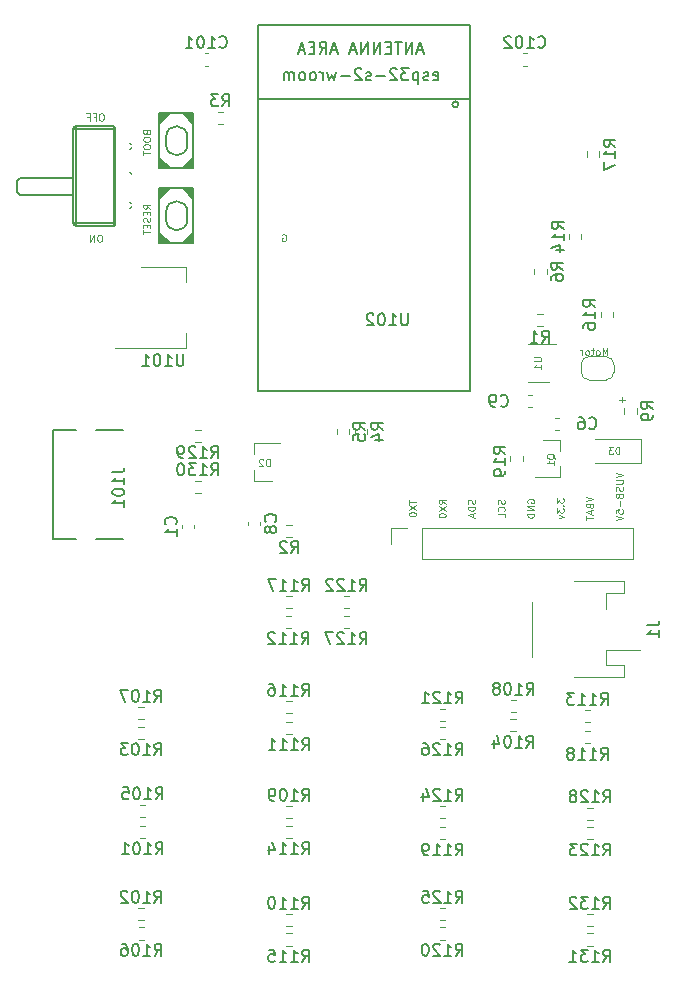
<source format=gbr>
%TF.GenerationSoftware,KiCad,Pcbnew,(5.1.12)-1*%
%TF.CreationDate,2022-08-12T17:27:40+02:00*%
%TF.ProjectId,upitchuS2,75706974-6368-4755-9332-2e6b69636164,1.1*%
%TF.SameCoordinates,Original*%
%TF.FileFunction,Legend,Bot*%
%TF.FilePolarity,Positive*%
%FSLAX46Y46*%
G04 Gerber Fmt 4.6, Leading zero omitted, Abs format (unit mm)*
G04 Created by KiCad (PCBNEW (5.1.12)-1) date 2022-08-12 17:27:40*
%MOMM*%
%LPD*%
G01*
G04 APERTURE LIST*
%ADD10C,0.100000*%
%ADD11C,0.120000*%
%ADD12C,0.127000*%
%ADD13C,0.150000*%
%ADD14C,0.200000*%
G04 APERTURE END LIST*
D10*
X85671428Y-59071428D02*
X85557142Y-59071428D01*
X85500000Y-59100000D01*
X85442857Y-59157142D01*
X85414285Y-59271428D01*
X85414285Y-59471428D01*
X85442857Y-59585714D01*
X85500000Y-59642857D01*
X85557142Y-59671428D01*
X85671428Y-59671428D01*
X85728571Y-59642857D01*
X85785714Y-59585714D01*
X85814285Y-59471428D01*
X85814285Y-59271428D01*
X85785714Y-59157142D01*
X85728571Y-59100000D01*
X85671428Y-59071428D01*
X84957142Y-59357142D02*
X85157142Y-59357142D01*
X85157142Y-59671428D02*
X85157142Y-59071428D01*
X84871428Y-59071428D01*
X84442857Y-59357142D02*
X84642857Y-59357142D01*
X84642857Y-59671428D02*
X84642857Y-59071428D01*
X84357142Y-59071428D01*
X85521428Y-69321428D02*
X85407142Y-69321428D01*
X85350000Y-69350000D01*
X85292857Y-69407142D01*
X85264285Y-69521428D01*
X85264285Y-69721428D01*
X85292857Y-69835714D01*
X85350000Y-69892857D01*
X85407142Y-69921428D01*
X85521428Y-69921428D01*
X85578571Y-69892857D01*
X85635714Y-69835714D01*
X85664285Y-69721428D01*
X85664285Y-69521428D01*
X85635714Y-69407142D01*
X85578571Y-69350000D01*
X85521428Y-69321428D01*
X85007142Y-69921428D02*
X85007142Y-69321428D01*
X84664285Y-69921428D01*
X84664285Y-69321428D01*
X111671428Y-91757142D02*
X111671428Y-92100000D01*
X112271428Y-91928571D02*
X111671428Y-91928571D01*
X111671428Y-92242857D02*
X112271428Y-92642857D01*
X111671428Y-92642857D02*
X112271428Y-92242857D01*
X111671428Y-92985714D02*
X111671428Y-93042857D01*
X111700000Y-93100000D01*
X111728571Y-93128571D01*
X111785714Y-93157142D01*
X111900000Y-93185714D01*
X112042857Y-93185714D01*
X112157142Y-93157142D01*
X112214285Y-93128571D01*
X112242857Y-93100000D01*
X112271428Y-93042857D01*
X112271428Y-92985714D01*
X112242857Y-92928571D01*
X112214285Y-92900000D01*
X112157142Y-92871428D01*
X112042857Y-92842857D01*
X111900000Y-92842857D01*
X111785714Y-92871428D01*
X111728571Y-92900000D01*
X111700000Y-92928571D01*
X111671428Y-92985714D01*
X114771428Y-92114285D02*
X114485714Y-91914285D01*
X114771428Y-91771428D02*
X114171428Y-91771428D01*
X114171428Y-92000000D01*
X114200000Y-92057142D01*
X114228571Y-92085714D01*
X114285714Y-92114285D01*
X114371428Y-92114285D01*
X114428571Y-92085714D01*
X114457142Y-92057142D01*
X114485714Y-92000000D01*
X114485714Y-91771428D01*
X114171428Y-92314285D02*
X114771428Y-92714285D01*
X114171428Y-92714285D02*
X114771428Y-92314285D01*
X114171428Y-93057142D02*
X114171428Y-93114285D01*
X114200000Y-93171428D01*
X114228571Y-93200000D01*
X114285714Y-93228571D01*
X114400000Y-93257142D01*
X114542857Y-93257142D01*
X114657142Y-93228571D01*
X114714285Y-93200000D01*
X114742857Y-93171428D01*
X114771428Y-93114285D01*
X114771428Y-93057142D01*
X114742857Y-93000000D01*
X114714285Y-92971428D01*
X114657142Y-92942857D01*
X114542857Y-92914285D01*
X114400000Y-92914285D01*
X114285714Y-92942857D01*
X114228571Y-92971428D01*
X114200000Y-93000000D01*
X114171428Y-93057142D01*
X117242857Y-91771428D02*
X117271428Y-91857142D01*
X117271428Y-92000000D01*
X117242857Y-92057142D01*
X117214285Y-92085714D01*
X117157142Y-92114285D01*
X117100000Y-92114285D01*
X117042857Y-92085714D01*
X117014285Y-92057142D01*
X116985714Y-92000000D01*
X116957142Y-91885714D01*
X116928571Y-91828571D01*
X116900000Y-91800000D01*
X116842857Y-91771428D01*
X116785714Y-91771428D01*
X116728571Y-91800000D01*
X116700000Y-91828571D01*
X116671428Y-91885714D01*
X116671428Y-92028571D01*
X116700000Y-92114285D01*
X117271428Y-92371428D02*
X116671428Y-92371428D01*
X116671428Y-92514285D01*
X116700000Y-92600000D01*
X116757142Y-92657142D01*
X116814285Y-92685714D01*
X116928571Y-92714285D01*
X117014285Y-92714285D01*
X117128571Y-92685714D01*
X117185714Y-92657142D01*
X117242857Y-92600000D01*
X117271428Y-92514285D01*
X117271428Y-92371428D01*
X117100000Y-92942857D02*
X117100000Y-93228571D01*
X117271428Y-92885714D02*
X116671428Y-93085714D01*
X117271428Y-93285714D01*
X119742857Y-91785714D02*
X119771428Y-91871428D01*
X119771428Y-92014285D01*
X119742857Y-92071428D01*
X119714285Y-92100000D01*
X119657142Y-92128571D01*
X119600000Y-92128571D01*
X119542857Y-92100000D01*
X119514285Y-92071428D01*
X119485714Y-92014285D01*
X119457142Y-91900000D01*
X119428571Y-91842857D01*
X119400000Y-91814285D01*
X119342857Y-91785714D01*
X119285714Y-91785714D01*
X119228571Y-91814285D01*
X119200000Y-91842857D01*
X119171428Y-91900000D01*
X119171428Y-92042857D01*
X119200000Y-92128571D01*
X119714285Y-92728571D02*
X119742857Y-92700000D01*
X119771428Y-92614285D01*
X119771428Y-92557142D01*
X119742857Y-92471428D01*
X119685714Y-92414285D01*
X119628571Y-92385714D01*
X119514285Y-92357142D01*
X119428571Y-92357142D01*
X119314285Y-92385714D01*
X119257142Y-92414285D01*
X119200000Y-92471428D01*
X119171428Y-92557142D01*
X119171428Y-92614285D01*
X119200000Y-92700000D01*
X119228571Y-92728571D01*
X119771428Y-93271428D02*
X119771428Y-92985714D01*
X119171428Y-92985714D01*
X121700000Y-92042857D02*
X121671428Y-91985714D01*
X121671428Y-91900000D01*
X121700000Y-91814285D01*
X121757142Y-91757142D01*
X121814285Y-91728571D01*
X121928571Y-91700000D01*
X122014285Y-91700000D01*
X122128571Y-91728571D01*
X122185714Y-91757142D01*
X122242857Y-91814285D01*
X122271428Y-91900000D01*
X122271428Y-91957142D01*
X122242857Y-92042857D01*
X122214285Y-92071428D01*
X122014285Y-92071428D01*
X122014285Y-91957142D01*
X122271428Y-92328571D02*
X121671428Y-92328571D01*
X122271428Y-92671428D01*
X121671428Y-92671428D01*
X122271428Y-92957142D02*
X121671428Y-92957142D01*
X121671428Y-93100000D01*
X121700000Y-93185714D01*
X121757142Y-93242857D01*
X121814285Y-93271428D01*
X121928571Y-93300000D01*
X122014285Y-93300000D01*
X122128571Y-93271428D01*
X122185714Y-93242857D01*
X122242857Y-93185714D01*
X122271428Y-93100000D01*
X122271428Y-92957142D01*
X124171428Y-91642857D02*
X124171428Y-92014285D01*
X124400000Y-91814285D01*
X124400000Y-91900000D01*
X124428571Y-91957142D01*
X124457142Y-91985714D01*
X124514285Y-92014285D01*
X124657142Y-92014285D01*
X124714285Y-91985714D01*
X124742857Y-91957142D01*
X124771428Y-91900000D01*
X124771428Y-91728571D01*
X124742857Y-91671428D01*
X124714285Y-91642857D01*
X124714285Y-92271428D02*
X124742857Y-92300000D01*
X124771428Y-92271428D01*
X124742857Y-92242857D01*
X124714285Y-92271428D01*
X124771428Y-92271428D01*
X124171428Y-92500000D02*
X124171428Y-92871428D01*
X124400000Y-92671428D01*
X124400000Y-92757142D01*
X124428571Y-92814285D01*
X124457142Y-92842857D01*
X124514285Y-92871428D01*
X124657142Y-92871428D01*
X124714285Y-92842857D01*
X124742857Y-92814285D01*
X124771428Y-92757142D01*
X124771428Y-92585714D01*
X124742857Y-92528571D01*
X124714285Y-92500000D01*
X124371428Y-93071428D02*
X124771428Y-93214285D01*
X124371428Y-93357142D01*
X126671428Y-91514285D02*
X127271428Y-91714285D01*
X126671428Y-91914285D01*
X126957142Y-92314285D02*
X126985714Y-92400000D01*
X127014285Y-92428571D01*
X127071428Y-92457142D01*
X127157142Y-92457142D01*
X127214285Y-92428571D01*
X127242857Y-92400000D01*
X127271428Y-92342857D01*
X127271428Y-92114285D01*
X126671428Y-92114285D01*
X126671428Y-92314285D01*
X126700000Y-92371428D01*
X126728571Y-92400000D01*
X126785714Y-92428571D01*
X126842857Y-92428571D01*
X126900000Y-92400000D01*
X126928571Y-92371428D01*
X126957142Y-92314285D01*
X126957142Y-92114285D01*
X127100000Y-92685714D02*
X127100000Y-92971428D01*
X127271428Y-92628571D02*
X126671428Y-92828571D01*
X127271428Y-93028571D01*
X126671428Y-93142857D02*
X126671428Y-93485714D01*
X127271428Y-93314285D02*
X126671428Y-93314285D01*
X129171428Y-89485714D02*
X129771428Y-89685714D01*
X129171428Y-89885714D01*
X129171428Y-90085714D02*
X129657142Y-90085714D01*
X129714285Y-90114285D01*
X129742857Y-90142857D01*
X129771428Y-90200000D01*
X129771428Y-90314285D01*
X129742857Y-90371428D01*
X129714285Y-90400000D01*
X129657142Y-90428571D01*
X129171428Y-90428571D01*
X129742857Y-90685714D02*
X129771428Y-90771428D01*
X129771428Y-90914285D01*
X129742857Y-90971428D01*
X129714285Y-91000000D01*
X129657142Y-91028571D01*
X129600000Y-91028571D01*
X129542857Y-91000000D01*
X129514285Y-90971428D01*
X129485714Y-90914285D01*
X129457142Y-90800000D01*
X129428571Y-90742857D01*
X129400000Y-90714285D01*
X129342857Y-90685714D01*
X129285714Y-90685714D01*
X129228571Y-90714285D01*
X129200000Y-90742857D01*
X129171428Y-90800000D01*
X129171428Y-90942857D01*
X129200000Y-91028571D01*
X129457142Y-91485714D02*
X129485714Y-91571428D01*
X129514285Y-91600000D01*
X129571428Y-91628571D01*
X129657142Y-91628571D01*
X129714285Y-91600000D01*
X129742857Y-91571428D01*
X129771428Y-91514285D01*
X129771428Y-91285714D01*
X129171428Y-91285714D01*
X129171428Y-91485714D01*
X129200000Y-91542857D01*
X129228571Y-91571428D01*
X129285714Y-91600000D01*
X129342857Y-91600000D01*
X129400000Y-91571428D01*
X129428571Y-91542857D01*
X129457142Y-91485714D01*
X129457142Y-91285714D01*
X129542857Y-91885714D02*
X129542857Y-92342857D01*
X129171428Y-92914285D02*
X129171428Y-92628571D01*
X129457142Y-92600000D01*
X129428571Y-92628571D01*
X129400000Y-92685714D01*
X129400000Y-92828571D01*
X129428571Y-92885714D01*
X129457142Y-92914285D01*
X129514285Y-92942857D01*
X129657142Y-92942857D01*
X129714285Y-92914285D01*
X129742857Y-92885714D01*
X129771428Y-92828571D01*
X129771428Y-92685714D01*
X129742857Y-92628571D01*
X129714285Y-92600000D01*
X129171428Y-93114285D02*
X129771428Y-93314285D01*
X129171428Y-93514285D01*
X100942857Y-69325000D02*
X101000000Y-69296428D01*
X101085714Y-69296428D01*
X101171428Y-69325000D01*
X101228571Y-69382142D01*
X101257142Y-69439285D01*
X101285714Y-69553571D01*
X101285714Y-69639285D01*
X101257142Y-69753571D01*
X101228571Y-69810714D01*
X101171428Y-69867857D01*
X101085714Y-69896428D01*
X101028571Y-69896428D01*
X100942857Y-69867857D01*
X100914285Y-69839285D01*
X100914285Y-69639285D01*
X101028571Y-69639285D01*
X89771428Y-67128571D02*
X89485714Y-66928571D01*
X89771428Y-66785714D02*
X89171428Y-66785714D01*
X89171428Y-67014285D01*
X89200000Y-67071428D01*
X89228571Y-67100000D01*
X89285714Y-67128571D01*
X89371428Y-67128571D01*
X89428571Y-67100000D01*
X89457142Y-67071428D01*
X89485714Y-67014285D01*
X89485714Y-66785714D01*
X89457142Y-67385714D02*
X89457142Y-67585714D01*
X89771428Y-67671428D02*
X89771428Y-67385714D01*
X89171428Y-67385714D01*
X89171428Y-67671428D01*
X89742857Y-67900000D02*
X89771428Y-67985714D01*
X89771428Y-68128571D01*
X89742857Y-68185714D01*
X89714285Y-68214285D01*
X89657142Y-68242857D01*
X89600000Y-68242857D01*
X89542857Y-68214285D01*
X89514285Y-68185714D01*
X89485714Y-68128571D01*
X89457142Y-68014285D01*
X89428571Y-67957142D01*
X89400000Y-67928571D01*
X89342857Y-67900000D01*
X89285714Y-67900000D01*
X89228571Y-67928571D01*
X89200000Y-67957142D01*
X89171428Y-68014285D01*
X89171428Y-68157142D01*
X89200000Y-68242857D01*
X89457142Y-68500000D02*
X89457142Y-68700000D01*
X89771428Y-68785714D02*
X89771428Y-68500000D01*
X89171428Y-68500000D01*
X89171428Y-68785714D01*
X89171428Y-68957142D02*
X89171428Y-69300000D01*
X89771428Y-69128571D02*
X89171428Y-69128571D01*
X89457142Y-60685714D02*
X89485714Y-60771428D01*
X89514285Y-60800000D01*
X89571428Y-60828571D01*
X89657142Y-60828571D01*
X89714285Y-60800000D01*
X89742857Y-60771428D01*
X89771428Y-60714285D01*
X89771428Y-60485714D01*
X89171428Y-60485714D01*
X89171428Y-60685714D01*
X89200000Y-60742857D01*
X89228571Y-60771428D01*
X89285714Y-60800000D01*
X89342857Y-60800000D01*
X89400000Y-60771428D01*
X89428571Y-60742857D01*
X89457142Y-60685714D01*
X89457142Y-60485714D01*
X89171428Y-61200000D02*
X89171428Y-61314285D01*
X89200000Y-61371428D01*
X89257142Y-61428571D01*
X89371428Y-61457142D01*
X89571428Y-61457142D01*
X89685714Y-61428571D01*
X89742857Y-61371428D01*
X89771428Y-61314285D01*
X89771428Y-61200000D01*
X89742857Y-61142857D01*
X89685714Y-61085714D01*
X89571428Y-61057142D01*
X89371428Y-61057142D01*
X89257142Y-61085714D01*
X89200000Y-61142857D01*
X89171428Y-61200000D01*
X89171428Y-61828571D02*
X89171428Y-61942857D01*
X89200000Y-62000000D01*
X89257142Y-62057142D01*
X89371428Y-62085714D01*
X89571428Y-62085714D01*
X89685714Y-62057142D01*
X89742857Y-62000000D01*
X89771428Y-61942857D01*
X89771428Y-61828571D01*
X89742857Y-61771428D01*
X89685714Y-61714285D01*
X89571428Y-61685714D01*
X89371428Y-61685714D01*
X89257142Y-61714285D01*
X89200000Y-61771428D01*
X89171428Y-61828571D01*
X89171428Y-62257142D02*
X89171428Y-62600000D01*
X89771428Y-62428571D02*
X89171428Y-62428571D01*
X129928571Y-83312857D02*
X129471428Y-83312857D01*
X129700000Y-83541428D02*
X129700000Y-83084285D01*
D11*
%TO.C,D3*%
X131283000Y-86630000D02*
X127383000Y-86630000D01*
X131283000Y-88630000D02*
X127383000Y-88630000D01*
X131283000Y-86630000D02*
X131283000Y-88630000D01*
%TO.C,D2*%
X98570000Y-90160000D02*
X100030000Y-90160000D01*
X98570000Y-87000000D02*
X100730000Y-87000000D01*
X98570000Y-87000000D02*
X98570000Y-87930000D01*
X98570000Y-90160000D02*
X98570000Y-89230000D01*
%TO.C,J4*%
X128320000Y-79645000D02*
X126920000Y-79645000D01*
X126220000Y-80345000D02*
X126220000Y-80945000D01*
X126920000Y-81645000D02*
X128320000Y-81645000D01*
X129020000Y-80945000D02*
X129020000Y-80345000D01*
X126920000Y-79645000D02*
G75*
G03*
X126220000Y-80345000I0J-700000D01*
G01*
X126220000Y-80945000D02*
G75*
G03*
X126920000Y-81645000I700000J0D01*
G01*
X128320000Y-81645000D02*
G75*
G03*
X129020000Y-80945000I0J700000D01*
G01*
X129020000Y-80345000D02*
G75*
G03*
X128320000Y-79645000I-700000J0D01*
G01*
D12*
%TO.C,SW2*%
G36*
X90500000Y-70065000D02*
G01*
X90500000Y-69165000D01*
X91400000Y-70065000D01*
X90500000Y-70065000D01*
G37*
X90500000Y-70065000D02*
X90500000Y-69165000D01*
X91400000Y-70065000D01*
X90500000Y-70065000D01*
G36*
X90500000Y-65400000D02*
G01*
X91400000Y-65400000D01*
X90500000Y-66300000D01*
X90500000Y-65400000D01*
G37*
X90500000Y-65400000D02*
X91400000Y-65400000D01*
X90500000Y-66300000D01*
X90500000Y-65400000D01*
G36*
X93400000Y-65400000D02*
G01*
X93400000Y-66300000D01*
X92500000Y-65400000D01*
X93400000Y-65400000D01*
G37*
X93400000Y-65400000D02*
X93400000Y-66300000D01*
X92500000Y-65400000D01*
X93400000Y-65400000D01*
G36*
X93400000Y-70065000D02*
G01*
X92500000Y-70065000D01*
X93400000Y-69165000D01*
X93400000Y-70065000D01*
G37*
X93400000Y-70065000D02*
X92500000Y-70065000D01*
X93400000Y-69165000D01*
X93400000Y-70065000D01*
X90500000Y-70065000D02*
X93400000Y-70065000D01*
X90500000Y-65400000D02*
X90500000Y-70065000D01*
X93400000Y-65400000D02*
X90500000Y-65400000D01*
X93400000Y-70065000D02*
X93400000Y-65400000D01*
X91100000Y-67400000D02*
X91100000Y-68065000D01*
X92900000Y-68065000D02*
X92900000Y-67400000D01*
X91100000Y-68065000D02*
G75*
G03*
X92900000Y-68065000I900000J0D01*
G01*
X92900000Y-67400000D02*
G75*
G03*
X91100000Y-67400000I-900000J0D01*
G01*
D11*
%TO.C,U1*%
X123500000Y-81830000D02*
X121700000Y-81830000D01*
X121700000Y-78610000D02*
X124150000Y-78610000D01*
%TO.C,Q1*%
X124460000Y-86690000D02*
X124460000Y-87620000D01*
X124460000Y-89850000D02*
X124460000Y-88920000D01*
X124460000Y-89850000D02*
X122300000Y-89850000D01*
X124460000Y-86690000D02*
X123000000Y-86690000D01*
D12*
%TO.C,SW1*%
X92900000Y-61714000D02*
X92900000Y-61049000D01*
X91100000Y-61049000D02*
X91100000Y-61714000D01*
X93400000Y-63714000D02*
X93400000Y-59049000D01*
X93400000Y-59049000D02*
X90500000Y-59049000D01*
X90500000Y-59049000D02*
X90500000Y-63714000D01*
X90500000Y-63714000D02*
X93400000Y-63714000D01*
G36*
X93400000Y-63714000D02*
G01*
X92500000Y-63714000D01*
X93400000Y-62814000D01*
X93400000Y-63714000D01*
G37*
X93400000Y-63714000D02*
X92500000Y-63714000D01*
X93400000Y-62814000D01*
X93400000Y-63714000D01*
G36*
X93400000Y-59049000D02*
G01*
X93400000Y-59949000D01*
X92500000Y-59049000D01*
X93400000Y-59049000D01*
G37*
X93400000Y-59049000D02*
X93400000Y-59949000D01*
X92500000Y-59049000D01*
X93400000Y-59049000D01*
G36*
X90500000Y-59049000D02*
G01*
X91400000Y-59049000D01*
X90500000Y-59949000D01*
X90500000Y-59049000D01*
G37*
X90500000Y-59049000D02*
X91400000Y-59049000D01*
X90500000Y-59949000D01*
X90500000Y-59049000D01*
G36*
X90500000Y-63714000D02*
G01*
X90500000Y-62814000D01*
X91400000Y-63714000D01*
X90500000Y-63714000D01*
G37*
X90500000Y-63714000D02*
X90500000Y-62814000D01*
X91400000Y-63714000D01*
X90500000Y-63714000D01*
X92900000Y-61049000D02*
G75*
G03*
X91100000Y-61049000I-900000J0D01*
G01*
X91100000Y-61714000D02*
G75*
G03*
X92900000Y-61714000I900000J0D01*
G01*
D13*
%TO.C,J101*%
X85150000Y-85900000D02*
X87450000Y-85900000D01*
X81550000Y-85900000D02*
X83500000Y-85900000D01*
X85150000Y-95100000D02*
X87450000Y-95100000D01*
X81550000Y-95100000D02*
X83500000Y-95100000D01*
X81550000Y-85900000D02*
X81550000Y-95100000D01*
D11*
%TO.C,U101*%
X86750000Y-78910000D02*
X92760000Y-78910000D01*
X89000000Y-72090000D02*
X92760000Y-72090000D01*
X92760000Y-78910000D02*
X92760000Y-77650000D01*
X92760000Y-72090000D02*
X92760000Y-73350000D01*
%TO.C,J102*%
X130610000Y-94170000D02*
X130610000Y-96830000D01*
X112770000Y-94170000D02*
X130610000Y-94170000D01*
X112770000Y-96830000D02*
X130610000Y-96830000D01*
X112770000Y-94170000D02*
X112770000Y-96830000D01*
X111500000Y-94170000D02*
X110170000Y-94170000D01*
X110170000Y-94170000D02*
X110170000Y-95500000D01*
%TO.C,J1*%
X122090000Y-105090000D02*
X122090000Y-100410000D01*
X128310000Y-99710000D02*
X128310000Y-100990000D01*
X129910000Y-99710000D02*
X128310000Y-99710000D01*
X129910000Y-98690000D02*
X129910000Y-99710000D01*
X125660000Y-98690000D02*
X129910000Y-98690000D01*
X128310000Y-104510000D02*
X131200000Y-104510000D01*
X128310000Y-105790000D02*
X128310000Y-104510000D01*
X129910000Y-105790000D02*
X128310000Y-105790000D01*
X129910000Y-106810000D02*
X129910000Y-105790000D01*
X125660000Y-106810000D02*
X129910000Y-106810000D01*
D14*
%TO.C,SW117*%
X86750000Y-68500000D02*
X86750000Y-60200000D01*
X83250000Y-60350000D02*
X86750000Y-60350000D01*
X83500000Y-68600000D02*
X86650000Y-68600000D01*
X78500000Y-64750000D02*
X78500000Y-65750000D01*
X78750000Y-66000000D02*
X78500000Y-65750000D01*
X86650000Y-60100000D02*
X86650000Y-68600000D01*
X83250000Y-60350000D02*
X83250000Y-68350000D01*
X83500000Y-68600000D02*
X83500000Y-60100000D01*
X78750000Y-64500000D02*
X83250000Y-64500000D01*
X86650000Y-60100000D02*
X83500000Y-60100000D01*
X78500000Y-64750000D02*
X78750000Y-64500000D01*
X78750000Y-66000000D02*
X83250000Y-66000000D01*
X86750000Y-68350000D02*
X83250000Y-68350000D01*
X88149999Y-61700000D02*
G75*
G03*
X88050000Y-61600001I-99999J0D01*
G01*
X88150000Y-64200000D02*
G75*
G03*
X88050000Y-64100000I-100000J0D01*
G01*
X88050000Y-62099999D02*
G75*
G03*
X88149999Y-62000000I0J99999D01*
G01*
X88050000Y-67099999D02*
G75*
G03*
X88149999Y-67000000I0J99999D01*
G01*
X86650000Y-68600001D02*
G75*
G03*
X86750001Y-68500000I0J100001D01*
G01*
X88150000Y-66700000D02*
G75*
G03*
X88050000Y-66600000I-100000J0D01*
G01*
X83500000Y-60100000D02*
G75*
G03*
X83250000Y-60350000I0J-250000D01*
G01*
X83250000Y-68350000D02*
G75*
G03*
X83500000Y-68600000I250000J0D01*
G01*
X86750000Y-60200000D02*
G75*
G03*
X86650000Y-60100000I-100000J0D01*
G01*
D11*
%TO.C,C1*%
X93482000Y-93879420D02*
X93482000Y-94160580D01*
X92462000Y-93879420D02*
X92462000Y-94160580D01*
%TO.C,C6*%
X124052420Y-85854000D02*
X124333580Y-85854000D01*
X124052420Y-84834000D02*
X124333580Y-84834000D01*
%TO.C,C8*%
X99070000Y-93926580D02*
X99070000Y-93645420D01*
X98050000Y-93926580D02*
X98050000Y-93645420D01*
%TO.C,C9*%
X121775420Y-82939000D02*
X122056580Y-82939000D01*
X121775420Y-83959000D02*
X122056580Y-83959000D01*
%TO.C,C101*%
X94640580Y-55010000D02*
X94359420Y-55010000D01*
X94640580Y-53990000D02*
X94359420Y-53990000D01*
%TO.C,C102*%
X121620580Y-53990000D02*
X121339420Y-53990000D01*
X121620580Y-55010000D02*
X121339420Y-55010000D01*
%TO.C,R1*%
X122508742Y-76058500D02*
X122983258Y-76058500D01*
X122508742Y-77103500D02*
X122983258Y-77103500D01*
%TO.C,R2*%
X101272742Y-93877500D02*
X101747258Y-93877500D01*
X101272742Y-94922500D02*
X101747258Y-94922500D01*
%TO.C,R3*%
X95932258Y-58913500D02*
X95457742Y-58913500D01*
X95932258Y-59958500D02*
X95457742Y-59958500D01*
%TO.C,R4*%
X107075500Y-86246258D02*
X107075500Y-85771742D01*
X108120500Y-86246258D02*
X108120500Y-85771742D01*
%TO.C,R5*%
X106596500Y-86246258D02*
X106596500Y-85771742D01*
X105551500Y-86246258D02*
X105551500Y-85771742D01*
%TO.C,R6*%
X123331500Y-72691258D02*
X123331500Y-72216742D01*
X122286500Y-72691258D02*
X122286500Y-72216742D01*
%TO.C,R9*%
X130951500Y-84501258D02*
X130951500Y-84026742D01*
X129906500Y-84501258D02*
X129906500Y-84026742D01*
%TO.C,R14*%
X125215500Y-69260742D02*
X125215500Y-69735258D01*
X126260500Y-69260742D02*
X126260500Y-69735258D01*
%TO.C,R16*%
X127882500Y-75862742D02*
X127882500Y-76337258D01*
X128927500Y-75862742D02*
X128927500Y-76337258D01*
%TO.C,R17*%
X126739500Y-62748258D02*
X126739500Y-62273742D01*
X127784500Y-62748258D02*
X127784500Y-62273742D01*
%TO.C,R19*%
X120254500Y-88507258D02*
X120254500Y-88032742D01*
X121299500Y-88507258D02*
X121299500Y-88032742D01*
%TO.C,R101*%
X88862742Y-120422500D02*
X89337258Y-120422500D01*
X88862742Y-119377500D02*
X89337258Y-119377500D01*
%TO.C,R102*%
X89227258Y-126350500D02*
X88752742Y-126350500D01*
X89227258Y-127395500D02*
X88752742Y-127395500D01*
%TO.C,R103*%
X88752742Y-112022500D02*
X89227258Y-112022500D01*
X88752742Y-110977500D02*
X89227258Y-110977500D01*
%TO.C,R104*%
X120252742Y-111393500D02*
X120727258Y-111393500D01*
X120252742Y-110348500D02*
X120727258Y-110348500D01*
%TO.C,R105*%
X89337258Y-118632500D02*
X88862742Y-118632500D01*
X89337258Y-117587500D02*
X88862742Y-117587500D01*
%TO.C,R106*%
X88762742Y-127977500D02*
X89237258Y-127977500D01*
X88762742Y-129022500D02*
X89237258Y-129022500D01*
%TO.C,R107*%
X89227258Y-110377500D02*
X88752742Y-110377500D01*
X89227258Y-109332500D02*
X88752742Y-109332500D01*
%TO.C,R108*%
X120747258Y-109784500D02*
X120272742Y-109784500D01*
X120747258Y-108739500D02*
X120272742Y-108739500D01*
%TO.C,R109*%
X101747258Y-117714500D02*
X101272742Y-117714500D01*
X101747258Y-118759500D02*
X101272742Y-118759500D01*
%TO.C,R110*%
X101727258Y-127903500D02*
X101252742Y-127903500D01*
X101727258Y-126858500D02*
X101252742Y-126858500D01*
%TO.C,R111*%
X101272742Y-111622500D02*
X101747258Y-111622500D01*
X101272742Y-110577500D02*
X101747258Y-110577500D01*
%TO.C,R112*%
X101217742Y-101577500D02*
X101692258Y-101577500D01*
X101217742Y-102622500D02*
X101692258Y-102622500D01*
%TO.C,R113*%
X127027258Y-109577500D02*
X126552742Y-109577500D01*
X127027258Y-110622500D02*
X126552742Y-110622500D01*
%TO.C,R114*%
X101252742Y-119377500D02*
X101727258Y-119377500D01*
X101252742Y-120422500D02*
X101727258Y-120422500D01*
%TO.C,R115*%
X101252742Y-128477500D02*
X101727258Y-128477500D01*
X101252742Y-129522500D02*
X101727258Y-129522500D01*
%TO.C,R116*%
X101727258Y-109869500D02*
X101252742Y-109869500D01*
X101727258Y-108824500D02*
X101252742Y-108824500D01*
%TO.C,R117*%
X101737258Y-99934500D02*
X101262742Y-99934500D01*
X101737258Y-100979500D02*
X101262742Y-100979500D01*
%TO.C,R118*%
X126552742Y-111364500D02*
X127027258Y-111364500D01*
X126552742Y-112409500D02*
X127027258Y-112409500D01*
%TO.C,R119*%
X114262742Y-120522500D02*
X114737258Y-120522500D01*
X114262742Y-119477500D02*
X114737258Y-119477500D01*
%TO.C,R120*%
X114252742Y-129022500D02*
X114727258Y-129022500D01*
X114252742Y-127977500D02*
X114727258Y-127977500D01*
%TO.C,R121*%
X114737258Y-109477500D02*
X114262742Y-109477500D01*
X114737258Y-110522500D02*
X114262742Y-110522500D01*
%TO.C,R122*%
X106609258Y-99934500D02*
X106134742Y-99934500D01*
X106609258Y-100979500D02*
X106134742Y-100979500D01*
%TO.C,R123*%
X126762742Y-120522500D02*
X127237258Y-120522500D01*
X126762742Y-119477500D02*
X127237258Y-119477500D01*
%TO.C,R124*%
X114737258Y-118759500D02*
X114262742Y-118759500D01*
X114737258Y-117714500D02*
X114262742Y-117714500D01*
%TO.C,R125*%
X114737258Y-127395500D02*
X114262742Y-127395500D01*
X114737258Y-126350500D02*
X114262742Y-126350500D01*
%TO.C,R126*%
X114252742Y-110977500D02*
X114727258Y-110977500D01*
X114252742Y-112022500D02*
X114727258Y-112022500D01*
%TO.C,R127*%
X106124742Y-101596500D02*
X106599258Y-101596500D01*
X106124742Y-102641500D02*
X106599258Y-102641500D01*
%TO.C,R128*%
X127237258Y-118886500D02*
X126762742Y-118886500D01*
X127237258Y-117841500D02*
X126762742Y-117841500D01*
%TO.C,R129*%
X93552742Y-85837500D02*
X94027258Y-85837500D01*
X93552742Y-86882500D02*
X94027258Y-86882500D01*
%TO.C,R130*%
X94027258Y-90155500D02*
X93552742Y-90155500D01*
X94027258Y-91200500D02*
X93552742Y-91200500D01*
%TO.C,R131*%
X126752742Y-129522500D02*
X127227258Y-129522500D01*
X126752742Y-128477500D02*
X127227258Y-128477500D01*
%TO.C,R132*%
X127237258Y-127903500D02*
X126762742Y-127903500D01*
X127237258Y-126858500D02*
X126762742Y-126858500D01*
D13*
%TO.C,U102*%
X116840000Y-57850000D02*
X98840000Y-57850000D01*
X115840000Y-58300000D02*
G75*
G03*
X115840000Y-58300000I-250000J0D01*
G01*
X98840000Y-82550000D02*
X116840000Y-82550000D01*
X98840000Y-51550000D02*
X98840000Y-82550000D01*
X116840000Y-51550000D02*
X98840000Y-51550000D01*
X116840000Y-82550000D02*
X116840000Y-51550000D01*
%TO.C,D3*%
D10*
X129474857Y-87901428D02*
X129474857Y-87301428D01*
X129332000Y-87301428D01*
X129246285Y-87330000D01*
X129189142Y-87387142D01*
X129160571Y-87444285D01*
X129132000Y-87558571D01*
X129132000Y-87644285D01*
X129160571Y-87758571D01*
X129189142Y-87815714D01*
X129246285Y-87872857D01*
X129332000Y-87901428D01*
X129474857Y-87901428D01*
X128932000Y-87301428D02*
X128560571Y-87301428D01*
X128760571Y-87530000D01*
X128674857Y-87530000D01*
X128617714Y-87558571D01*
X128589142Y-87587142D01*
X128560571Y-87644285D01*
X128560571Y-87787142D01*
X128589142Y-87844285D01*
X128617714Y-87872857D01*
X128674857Y-87901428D01*
X128846285Y-87901428D01*
X128903428Y-87872857D01*
X128932000Y-87844285D01*
%TO.C,D2*%
X99883857Y-88917428D02*
X99883857Y-88317428D01*
X99741000Y-88317428D01*
X99655285Y-88346000D01*
X99598142Y-88403142D01*
X99569571Y-88460285D01*
X99541000Y-88574571D01*
X99541000Y-88660285D01*
X99569571Y-88774571D01*
X99598142Y-88831714D01*
X99655285Y-88888857D01*
X99741000Y-88917428D01*
X99883857Y-88917428D01*
X99312428Y-88374571D02*
X99283857Y-88346000D01*
X99226714Y-88317428D01*
X99083857Y-88317428D01*
X99026714Y-88346000D01*
X98998142Y-88374571D01*
X98969571Y-88431714D01*
X98969571Y-88488857D01*
X98998142Y-88574571D01*
X99341000Y-88917428D01*
X98969571Y-88917428D01*
%TO.C,J4*%
X128451000Y-79519428D02*
X128451000Y-78919428D01*
X128251000Y-79348000D01*
X128051000Y-78919428D01*
X128051000Y-79519428D01*
X127679571Y-79519428D02*
X127736714Y-79490857D01*
X127765285Y-79462285D01*
X127793857Y-79405142D01*
X127793857Y-79233714D01*
X127765285Y-79176571D01*
X127736714Y-79148000D01*
X127679571Y-79119428D01*
X127593857Y-79119428D01*
X127536714Y-79148000D01*
X127508142Y-79176571D01*
X127479571Y-79233714D01*
X127479571Y-79405142D01*
X127508142Y-79462285D01*
X127536714Y-79490857D01*
X127593857Y-79519428D01*
X127679571Y-79519428D01*
X127308142Y-79119428D02*
X127079571Y-79119428D01*
X127222428Y-78919428D02*
X127222428Y-79433714D01*
X127193857Y-79490857D01*
X127136714Y-79519428D01*
X127079571Y-79519428D01*
X126793857Y-79519428D02*
X126851000Y-79490857D01*
X126879571Y-79462285D01*
X126908142Y-79405142D01*
X126908142Y-79233714D01*
X126879571Y-79176571D01*
X126851000Y-79148000D01*
X126793857Y-79119428D01*
X126708142Y-79119428D01*
X126651000Y-79148000D01*
X126622428Y-79176571D01*
X126593857Y-79233714D01*
X126593857Y-79405142D01*
X126622428Y-79462285D01*
X126651000Y-79490857D01*
X126708142Y-79519428D01*
X126793857Y-79519428D01*
X126336714Y-79519428D02*
X126336714Y-79119428D01*
X126336714Y-79233714D02*
X126308142Y-79176571D01*
X126279571Y-79148000D01*
X126222428Y-79119428D01*
X126165285Y-79119428D01*
%TO.C,U1*%
X122263628Y-79727257D02*
X122749342Y-79727257D01*
X122806485Y-79755828D01*
X122835057Y-79784400D01*
X122863628Y-79841542D01*
X122863628Y-79955828D01*
X122835057Y-80012971D01*
X122806485Y-80041542D01*
X122749342Y-80070114D01*
X122263628Y-80070114D01*
X122863628Y-80670114D02*
X122863628Y-80327257D01*
X122863628Y-80498685D02*
X122263628Y-80498685D01*
X122349342Y-80441542D01*
X122406485Y-80384400D01*
X122435057Y-80327257D01*
%TO.C,Q1*%
X124019171Y-88324657D02*
X123990600Y-88267514D01*
X123933457Y-88210371D01*
X123847742Y-88124657D01*
X123819171Y-88067514D01*
X123819171Y-88010371D01*
X123962028Y-88038942D02*
X123933457Y-87981800D01*
X123876314Y-87924657D01*
X123762028Y-87896085D01*
X123562028Y-87896085D01*
X123447742Y-87924657D01*
X123390600Y-87981800D01*
X123362028Y-88038942D01*
X123362028Y-88153228D01*
X123390600Y-88210371D01*
X123447742Y-88267514D01*
X123562028Y-88296085D01*
X123762028Y-88296085D01*
X123876314Y-88267514D01*
X123933457Y-88210371D01*
X123962028Y-88153228D01*
X123962028Y-88038942D01*
X123962028Y-88867514D02*
X123962028Y-88524657D01*
X123962028Y-88696085D02*
X123362028Y-88696085D01*
X123447742Y-88638942D01*
X123504885Y-88581800D01*
X123533457Y-88524657D01*
%TO.C,J101*%
D13*
X86541380Y-89468285D02*
X87255666Y-89468285D01*
X87398523Y-89420666D01*
X87493761Y-89325428D01*
X87541380Y-89182571D01*
X87541380Y-89087333D01*
X87541380Y-90468285D02*
X87541380Y-89896857D01*
X87541380Y-90182571D02*
X86541380Y-90182571D01*
X86684238Y-90087333D01*
X86779476Y-89992095D01*
X86827095Y-89896857D01*
X86541380Y-91087333D02*
X86541380Y-91182571D01*
X86589000Y-91277809D01*
X86636619Y-91325428D01*
X86731857Y-91373047D01*
X86922333Y-91420666D01*
X87160428Y-91420666D01*
X87350904Y-91373047D01*
X87446142Y-91325428D01*
X87493761Y-91277809D01*
X87541380Y-91182571D01*
X87541380Y-91087333D01*
X87493761Y-90992095D01*
X87446142Y-90944476D01*
X87350904Y-90896857D01*
X87160428Y-90849238D01*
X86922333Y-90849238D01*
X86731857Y-90896857D01*
X86636619Y-90944476D01*
X86589000Y-90992095D01*
X86541380Y-91087333D01*
X87541380Y-92373047D02*
X87541380Y-91801619D01*
X87541380Y-92087333D02*
X86541380Y-92087333D01*
X86684238Y-91992095D01*
X86779476Y-91896857D01*
X86827095Y-91801619D01*
%TO.C,U101*%
X92564285Y-79452380D02*
X92564285Y-80261904D01*
X92516666Y-80357142D01*
X92469047Y-80404761D01*
X92373809Y-80452380D01*
X92183333Y-80452380D01*
X92088095Y-80404761D01*
X92040476Y-80357142D01*
X91992857Y-80261904D01*
X91992857Y-79452380D01*
X90992857Y-80452380D02*
X91564285Y-80452380D01*
X91278571Y-80452380D02*
X91278571Y-79452380D01*
X91373809Y-79595238D01*
X91469047Y-79690476D01*
X91564285Y-79738095D01*
X90373809Y-79452380D02*
X90278571Y-79452380D01*
X90183333Y-79500000D01*
X90135714Y-79547619D01*
X90088095Y-79642857D01*
X90040476Y-79833333D01*
X90040476Y-80071428D01*
X90088095Y-80261904D01*
X90135714Y-80357142D01*
X90183333Y-80404761D01*
X90278571Y-80452380D01*
X90373809Y-80452380D01*
X90469047Y-80404761D01*
X90516666Y-80357142D01*
X90564285Y-80261904D01*
X90611904Y-80071428D01*
X90611904Y-79833333D01*
X90564285Y-79642857D01*
X90516666Y-79547619D01*
X90469047Y-79500000D01*
X90373809Y-79452380D01*
X89088095Y-80452380D02*
X89659523Y-80452380D01*
X89373809Y-80452380D02*
X89373809Y-79452380D01*
X89469047Y-79595238D01*
X89564285Y-79690476D01*
X89659523Y-79738095D01*
%TO.C,J1*%
X131852380Y-102416666D02*
X132566666Y-102416666D01*
X132709523Y-102369047D01*
X132804761Y-102273809D01*
X132852380Y-102130952D01*
X132852380Y-102035714D01*
X132852380Y-103416666D02*
X132852380Y-102845238D01*
X132852380Y-103130952D02*
X131852380Y-103130952D01*
X131995238Y-103035714D01*
X132090476Y-102940476D01*
X132138095Y-102845238D01*
%TO.C,C1*%
X91899142Y-93853333D02*
X91946761Y-93805714D01*
X91994380Y-93662857D01*
X91994380Y-93567619D01*
X91946761Y-93424761D01*
X91851523Y-93329523D01*
X91756285Y-93281904D01*
X91565809Y-93234285D01*
X91422952Y-93234285D01*
X91232476Y-93281904D01*
X91137238Y-93329523D01*
X91042000Y-93424761D01*
X90994380Y-93567619D01*
X90994380Y-93662857D01*
X91042000Y-93805714D01*
X91089619Y-93853333D01*
X91994380Y-94805714D02*
X91994380Y-94234285D01*
X91994380Y-94520000D02*
X90994380Y-94520000D01*
X91137238Y-94424761D01*
X91232476Y-94329523D01*
X91280095Y-94234285D01*
%TO.C,C6*%
X126912666Y-85701142D02*
X126960285Y-85748761D01*
X127103142Y-85796380D01*
X127198380Y-85796380D01*
X127341238Y-85748761D01*
X127436476Y-85653523D01*
X127484095Y-85558285D01*
X127531714Y-85367809D01*
X127531714Y-85224952D01*
X127484095Y-85034476D01*
X127436476Y-84939238D01*
X127341238Y-84844000D01*
X127198380Y-84796380D01*
X127103142Y-84796380D01*
X126960285Y-84844000D01*
X126912666Y-84891619D01*
X126055523Y-84796380D02*
X126246000Y-84796380D01*
X126341238Y-84844000D01*
X126388857Y-84891619D01*
X126484095Y-85034476D01*
X126531714Y-85224952D01*
X126531714Y-85605904D01*
X126484095Y-85701142D01*
X126436476Y-85748761D01*
X126341238Y-85796380D01*
X126150761Y-85796380D01*
X126055523Y-85748761D01*
X126007904Y-85701142D01*
X125960285Y-85605904D01*
X125960285Y-85367809D01*
X126007904Y-85272571D01*
X126055523Y-85224952D01*
X126150761Y-85177333D01*
X126341238Y-85177333D01*
X126436476Y-85224952D01*
X126484095Y-85272571D01*
X126531714Y-85367809D01*
%TO.C,C8*%
X100347142Y-93619333D02*
X100394761Y-93571714D01*
X100442380Y-93428857D01*
X100442380Y-93333619D01*
X100394761Y-93190761D01*
X100299523Y-93095523D01*
X100204285Y-93047904D01*
X100013809Y-93000285D01*
X99870952Y-93000285D01*
X99680476Y-93047904D01*
X99585238Y-93095523D01*
X99490000Y-93190761D01*
X99442380Y-93333619D01*
X99442380Y-93428857D01*
X99490000Y-93571714D01*
X99537619Y-93619333D01*
X99870952Y-94190761D02*
X99823333Y-94095523D01*
X99775714Y-94047904D01*
X99680476Y-94000285D01*
X99632857Y-94000285D01*
X99537619Y-94047904D01*
X99490000Y-94095523D01*
X99442380Y-94190761D01*
X99442380Y-94381238D01*
X99490000Y-94476476D01*
X99537619Y-94524095D01*
X99632857Y-94571714D01*
X99680476Y-94571714D01*
X99775714Y-94524095D01*
X99823333Y-94476476D01*
X99870952Y-94381238D01*
X99870952Y-94190761D01*
X99918571Y-94095523D01*
X99966190Y-94047904D01*
X100061428Y-94000285D01*
X100251904Y-94000285D01*
X100347142Y-94047904D01*
X100394761Y-94095523D01*
X100442380Y-94190761D01*
X100442380Y-94381238D01*
X100394761Y-94476476D01*
X100347142Y-94524095D01*
X100251904Y-94571714D01*
X100061428Y-94571714D01*
X99966190Y-94524095D01*
X99918571Y-94476476D01*
X99870952Y-94381238D01*
%TO.C,C9*%
X119419666Y-83796142D02*
X119467285Y-83843761D01*
X119610142Y-83891380D01*
X119705380Y-83891380D01*
X119848238Y-83843761D01*
X119943476Y-83748523D01*
X119991095Y-83653285D01*
X120038714Y-83462809D01*
X120038714Y-83319952D01*
X119991095Y-83129476D01*
X119943476Y-83034238D01*
X119848238Y-82939000D01*
X119705380Y-82891380D01*
X119610142Y-82891380D01*
X119467285Y-82939000D01*
X119419666Y-82986619D01*
X118943476Y-83891380D02*
X118753000Y-83891380D01*
X118657761Y-83843761D01*
X118610142Y-83796142D01*
X118514904Y-83653285D01*
X118467285Y-83462809D01*
X118467285Y-83081857D01*
X118514904Y-82986619D01*
X118562523Y-82939000D01*
X118657761Y-82891380D01*
X118848238Y-82891380D01*
X118943476Y-82939000D01*
X118991095Y-82986619D01*
X119038714Y-83081857D01*
X119038714Y-83319952D01*
X118991095Y-83415190D01*
X118943476Y-83462809D01*
X118848238Y-83510428D01*
X118657761Y-83510428D01*
X118562523Y-83462809D01*
X118514904Y-83415190D01*
X118467285Y-83319952D01*
%TO.C,C101*%
X95619047Y-53427142D02*
X95666666Y-53474761D01*
X95809523Y-53522380D01*
X95904761Y-53522380D01*
X96047619Y-53474761D01*
X96142857Y-53379523D01*
X96190476Y-53284285D01*
X96238095Y-53093809D01*
X96238095Y-52950952D01*
X96190476Y-52760476D01*
X96142857Y-52665238D01*
X96047619Y-52570000D01*
X95904761Y-52522380D01*
X95809523Y-52522380D01*
X95666666Y-52570000D01*
X95619047Y-52617619D01*
X94666666Y-53522380D02*
X95238095Y-53522380D01*
X94952380Y-53522380D02*
X94952380Y-52522380D01*
X95047619Y-52665238D01*
X95142857Y-52760476D01*
X95238095Y-52808095D01*
X94047619Y-52522380D02*
X93952380Y-52522380D01*
X93857142Y-52570000D01*
X93809523Y-52617619D01*
X93761904Y-52712857D01*
X93714285Y-52903333D01*
X93714285Y-53141428D01*
X93761904Y-53331904D01*
X93809523Y-53427142D01*
X93857142Y-53474761D01*
X93952380Y-53522380D01*
X94047619Y-53522380D01*
X94142857Y-53474761D01*
X94190476Y-53427142D01*
X94238095Y-53331904D01*
X94285714Y-53141428D01*
X94285714Y-52903333D01*
X94238095Y-52712857D01*
X94190476Y-52617619D01*
X94142857Y-52570000D01*
X94047619Y-52522380D01*
X92761904Y-53522380D02*
X93333333Y-53522380D01*
X93047619Y-53522380D02*
X93047619Y-52522380D01*
X93142857Y-52665238D01*
X93238095Y-52760476D01*
X93333333Y-52808095D01*
%TO.C,C102*%
X122599047Y-53427142D02*
X122646666Y-53474761D01*
X122789523Y-53522380D01*
X122884761Y-53522380D01*
X123027619Y-53474761D01*
X123122857Y-53379523D01*
X123170476Y-53284285D01*
X123218095Y-53093809D01*
X123218095Y-52950952D01*
X123170476Y-52760476D01*
X123122857Y-52665238D01*
X123027619Y-52570000D01*
X122884761Y-52522380D01*
X122789523Y-52522380D01*
X122646666Y-52570000D01*
X122599047Y-52617619D01*
X121646666Y-53522380D02*
X122218095Y-53522380D01*
X121932380Y-53522380D02*
X121932380Y-52522380D01*
X122027619Y-52665238D01*
X122122857Y-52760476D01*
X122218095Y-52808095D01*
X121027619Y-52522380D02*
X120932380Y-52522380D01*
X120837142Y-52570000D01*
X120789523Y-52617619D01*
X120741904Y-52712857D01*
X120694285Y-52903333D01*
X120694285Y-53141428D01*
X120741904Y-53331904D01*
X120789523Y-53427142D01*
X120837142Y-53474761D01*
X120932380Y-53522380D01*
X121027619Y-53522380D01*
X121122857Y-53474761D01*
X121170476Y-53427142D01*
X121218095Y-53331904D01*
X121265714Y-53141428D01*
X121265714Y-52903333D01*
X121218095Y-52712857D01*
X121170476Y-52617619D01*
X121122857Y-52570000D01*
X121027619Y-52522380D01*
X120313333Y-52617619D02*
X120265714Y-52570000D01*
X120170476Y-52522380D01*
X119932380Y-52522380D01*
X119837142Y-52570000D01*
X119789523Y-52617619D01*
X119741904Y-52712857D01*
X119741904Y-52808095D01*
X119789523Y-52950952D01*
X120360952Y-53522380D01*
X119741904Y-53522380D01*
%TO.C,R1*%
X122912666Y-78463380D02*
X123246000Y-77987190D01*
X123484095Y-78463380D02*
X123484095Y-77463380D01*
X123103142Y-77463380D01*
X123007904Y-77511000D01*
X122960285Y-77558619D01*
X122912666Y-77653857D01*
X122912666Y-77796714D01*
X122960285Y-77891952D01*
X123007904Y-77939571D01*
X123103142Y-77987190D01*
X123484095Y-77987190D01*
X121960285Y-78463380D02*
X122531714Y-78463380D01*
X122246000Y-78463380D02*
X122246000Y-77463380D01*
X122341238Y-77606238D01*
X122436476Y-77701476D01*
X122531714Y-77749095D01*
%TO.C,R2*%
X101676666Y-96282380D02*
X102010000Y-95806190D01*
X102248095Y-96282380D02*
X102248095Y-95282380D01*
X101867142Y-95282380D01*
X101771904Y-95330000D01*
X101724285Y-95377619D01*
X101676666Y-95472857D01*
X101676666Y-95615714D01*
X101724285Y-95710952D01*
X101771904Y-95758571D01*
X101867142Y-95806190D01*
X102248095Y-95806190D01*
X101295714Y-95377619D02*
X101248095Y-95330000D01*
X101152857Y-95282380D01*
X100914761Y-95282380D01*
X100819523Y-95330000D01*
X100771904Y-95377619D01*
X100724285Y-95472857D01*
X100724285Y-95568095D01*
X100771904Y-95710952D01*
X101343333Y-96282380D01*
X100724285Y-96282380D01*
%TO.C,R3*%
X95861666Y-58458380D02*
X96195000Y-57982190D01*
X96433095Y-58458380D02*
X96433095Y-57458380D01*
X96052142Y-57458380D01*
X95956904Y-57506000D01*
X95909285Y-57553619D01*
X95861666Y-57648857D01*
X95861666Y-57791714D01*
X95909285Y-57886952D01*
X95956904Y-57934571D01*
X96052142Y-57982190D01*
X96433095Y-57982190D01*
X95528333Y-57458380D02*
X94909285Y-57458380D01*
X95242619Y-57839333D01*
X95099761Y-57839333D01*
X95004523Y-57886952D01*
X94956904Y-57934571D01*
X94909285Y-58029809D01*
X94909285Y-58267904D01*
X94956904Y-58363142D01*
X95004523Y-58410761D01*
X95099761Y-58458380D01*
X95385476Y-58458380D01*
X95480714Y-58410761D01*
X95528333Y-58363142D01*
%TO.C,R4*%
X109480380Y-85842333D02*
X109004190Y-85509000D01*
X109480380Y-85270904D02*
X108480380Y-85270904D01*
X108480380Y-85651857D01*
X108528000Y-85747095D01*
X108575619Y-85794714D01*
X108670857Y-85842333D01*
X108813714Y-85842333D01*
X108908952Y-85794714D01*
X108956571Y-85747095D01*
X109004190Y-85651857D01*
X109004190Y-85270904D01*
X108813714Y-86699476D02*
X109480380Y-86699476D01*
X108432761Y-86461380D02*
X109147047Y-86223285D01*
X109147047Y-86842333D01*
%TO.C,R5*%
X107956380Y-85842333D02*
X107480190Y-85509000D01*
X107956380Y-85270904D02*
X106956380Y-85270904D01*
X106956380Y-85651857D01*
X107004000Y-85747095D01*
X107051619Y-85794714D01*
X107146857Y-85842333D01*
X107289714Y-85842333D01*
X107384952Y-85794714D01*
X107432571Y-85747095D01*
X107480190Y-85651857D01*
X107480190Y-85270904D01*
X106956380Y-86747095D02*
X106956380Y-86270904D01*
X107432571Y-86223285D01*
X107384952Y-86270904D01*
X107337333Y-86366142D01*
X107337333Y-86604238D01*
X107384952Y-86699476D01*
X107432571Y-86747095D01*
X107527809Y-86794714D01*
X107765904Y-86794714D01*
X107861142Y-86747095D01*
X107908761Y-86699476D01*
X107956380Y-86604238D01*
X107956380Y-86366142D01*
X107908761Y-86270904D01*
X107861142Y-86223285D01*
%TO.C,R6*%
X124691380Y-72287333D02*
X124215190Y-71954000D01*
X124691380Y-71715904D02*
X123691380Y-71715904D01*
X123691380Y-72096857D01*
X123739000Y-72192095D01*
X123786619Y-72239714D01*
X123881857Y-72287333D01*
X124024714Y-72287333D01*
X124119952Y-72239714D01*
X124167571Y-72192095D01*
X124215190Y-72096857D01*
X124215190Y-71715904D01*
X123691380Y-73144476D02*
X123691380Y-72954000D01*
X123739000Y-72858761D01*
X123786619Y-72811142D01*
X123929476Y-72715904D01*
X124119952Y-72668285D01*
X124500904Y-72668285D01*
X124596142Y-72715904D01*
X124643761Y-72763523D01*
X124691380Y-72858761D01*
X124691380Y-73049238D01*
X124643761Y-73144476D01*
X124596142Y-73192095D01*
X124500904Y-73239714D01*
X124262809Y-73239714D01*
X124167571Y-73192095D01*
X124119952Y-73144476D01*
X124072333Y-73049238D01*
X124072333Y-72858761D01*
X124119952Y-72763523D01*
X124167571Y-72715904D01*
X124262809Y-72668285D01*
%TO.C,R9*%
X132311380Y-84097333D02*
X131835190Y-83764000D01*
X132311380Y-83525904D02*
X131311380Y-83525904D01*
X131311380Y-83906857D01*
X131359000Y-84002095D01*
X131406619Y-84049714D01*
X131501857Y-84097333D01*
X131644714Y-84097333D01*
X131739952Y-84049714D01*
X131787571Y-84002095D01*
X131835190Y-83906857D01*
X131835190Y-83525904D01*
X132311380Y-84573523D02*
X132311380Y-84764000D01*
X132263761Y-84859238D01*
X132216142Y-84906857D01*
X132073285Y-85002095D01*
X131882809Y-85049714D01*
X131501857Y-85049714D01*
X131406619Y-85002095D01*
X131359000Y-84954476D01*
X131311380Y-84859238D01*
X131311380Y-84668761D01*
X131359000Y-84573523D01*
X131406619Y-84525904D01*
X131501857Y-84478285D01*
X131739952Y-84478285D01*
X131835190Y-84525904D01*
X131882809Y-84573523D01*
X131930428Y-84668761D01*
X131930428Y-84859238D01*
X131882809Y-84954476D01*
X131835190Y-85002095D01*
X131739952Y-85049714D01*
%TO.C,R14*%
X124760380Y-68855142D02*
X124284190Y-68521809D01*
X124760380Y-68283714D02*
X123760380Y-68283714D01*
X123760380Y-68664666D01*
X123808000Y-68759904D01*
X123855619Y-68807523D01*
X123950857Y-68855142D01*
X124093714Y-68855142D01*
X124188952Y-68807523D01*
X124236571Y-68759904D01*
X124284190Y-68664666D01*
X124284190Y-68283714D01*
X124760380Y-69807523D02*
X124760380Y-69236095D01*
X124760380Y-69521809D02*
X123760380Y-69521809D01*
X123903238Y-69426571D01*
X123998476Y-69331333D01*
X124046095Y-69236095D01*
X124093714Y-70664666D02*
X124760380Y-70664666D01*
X123712761Y-70426571D02*
X124427047Y-70188476D01*
X124427047Y-70807523D01*
%TO.C,R16*%
X127427380Y-75457142D02*
X126951190Y-75123809D01*
X127427380Y-74885714D02*
X126427380Y-74885714D01*
X126427380Y-75266666D01*
X126475000Y-75361904D01*
X126522619Y-75409523D01*
X126617857Y-75457142D01*
X126760714Y-75457142D01*
X126855952Y-75409523D01*
X126903571Y-75361904D01*
X126951190Y-75266666D01*
X126951190Y-74885714D01*
X127427380Y-76409523D02*
X127427380Y-75838095D01*
X127427380Y-76123809D02*
X126427380Y-76123809D01*
X126570238Y-76028571D01*
X126665476Y-75933333D01*
X126713095Y-75838095D01*
X126427380Y-77266666D02*
X126427380Y-77076190D01*
X126475000Y-76980952D01*
X126522619Y-76933333D01*
X126665476Y-76838095D01*
X126855952Y-76790476D01*
X127236904Y-76790476D01*
X127332142Y-76838095D01*
X127379761Y-76885714D01*
X127427380Y-76980952D01*
X127427380Y-77171428D01*
X127379761Y-77266666D01*
X127332142Y-77314285D01*
X127236904Y-77361904D01*
X126998809Y-77361904D01*
X126903571Y-77314285D01*
X126855952Y-77266666D01*
X126808333Y-77171428D01*
X126808333Y-76980952D01*
X126855952Y-76885714D01*
X126903571Y-76838095D01*
X126998809Y-76790476D01*
%TO.C,R17*%
X129144380Y-61868142D02*
X128668190Y-61534809D01*
X129144380Y-61296714D02*
X128144380Y-61296714D01*
X128144380Y-61677666D01*
X128192000Y-61772904D01*
X128239619Y-61820523D01*
X128334857Y-61868142D01*
X128477714Y-61868142D01*
X128572952Y-61820523D01*
X128620571Y-61772904D01*
X128668190Y-61677666D01*
X128668190Y-61296714D01*
X129144380Y-62820523D02*
X129144380Y-62249095D01*
X129144380Y-62534809D02*
X128144380Y-62534809D01*
X128287238Y-62439571D01*
X128382476Y-62344333D01*
X128430095Y-62249095D01*
X128144380Y-63153857D02*
X128144380Y-63820523D01*
X129144380Y-63391952D01*
%TO.C,R19*%
X119832380Y-87876142D02*
X119356190Y-87542809D01*
X119832380Y-87304714D02*
X118832380Y-87304714D01*
X118832380Y-87685666D01*
X118880000Y-87780904D01*
X118927619Y-87828523D01*
X119022857Y-87876142D01*
X119165714Y-87876142D01*
X119260952Y-87828523D01*
X119308571Y-87780904D01*
X119356190Y-87685666D01*
X119356190Y-87304714D01*
X119832380Y-88828523D02*
X119832380Y-88257095D01*
X119832380Y-88542809D02*
X118832380Y-88542809D01*
X118975238Y-88447571D01*
X119070476Y-88352333D01*
X119118095Y-88257095D01*
X119832380Y-89304714D02*
X119832380Y-89495190D01*
X119784761Y-89590428D01*
X119737142Y-89638047D01*
X119594285Y-89733285D01*
X119403809Y-89780904D01*
X119022857Y-89780904D01*
X118927619Y-89733285D01*
X118880000Y-89685666D01*
X118832380Y-89590428D01*
X118832380Y-89399952D01*
X118880000Y-89304714D01*
X118927619Y-89257095D01*
X119022857Y-89209476D01*
X119260952Y-89209476D01*
X119356190Y-89257095D01*
X119403809Y-89304714D01*
X119451428Y-89399952D01*
X119451428Y-89590428D01*
X119403809Y-89685666D01*
X119356190Y-89733285D01*
X119260952Y-89780904D01*
%TO.C,R101*%
X90219047Y-121782380D02*
X90552380Y-121306190D01*
X90790476Y-121782380D02*
X90790476Y-120782380D01*
X90409523Y-120782380D01*
X90314285Y-120830000D01*
X90266666Y-120877619D01*
X90219047Y-120972857D01*
X90219047Y-121115714D01*
X90266666Y-121210952D01*
X90314285Y-121258571D01*
X90409523Y-121306190D01*
X90790476Y-121306190D01*
X89266666Y-121782380D02*
X89838095Y-121782380D01*
X89552380Y-121782380D02*
X89552380Y-120782380D01*
X89647619Y-120925238D01*
X89742857Y-121020476D01*
X89838095Y-121068095D01*
X88647619Y-120782380D02*
X88552380Y-120782380D01*
X88457142Y-120830000D01*
X88409523Y-120877619D01*
X88361904Y-120972857D01*
X88314285Y-121163333D01*
X88314285Y-121401428D01*
X88361904Y-121591904D01*
X88409523Y-121687142D01*
X88457142Y-121734761D01*
X88552380Y-121782380D01*
X88647619Y-121782380D01*
X88742857Y-121734761D01*
X88790476Y-121687142D01*
X88838095Y-121591904D01*
X88885714Y-121401428D01*
X88885714Y-121163333D01*
X88838095Y-120972857D01*
X88790476Y-120877619D01*
X88742857Y-120830000D01*
X88647619Y-120782380D01*
X87361904Y-121782380D02*
X87933333Y-121782380D01*
X87647619Y-121782380D02*
X87647619Y-120782380D01*
X87742857Y-120925238D01*
X87838095Y-121020476D01*
X87933333Y-121068095D01*
%TO.C,R102*%
X90109047Y-125895380D02*
X90442380Y-125419190D01*
X90680476Y-125895380D02*
X90680476Y-124895380D01*
X90299523Y-124895380D01*
X90204285Y-124943000D01*
X90156666Y-124990619D01*
X90109047Y-125085857D01*
X90109047Y-125228714D01*
X90156666Y-125323952D01*
X90204285Y-125371571D01*
X90299523Y-125419190D01*
X90680476Y-125419190D01*
X89156666Y-125895380D02*
X89728095Y-125895380D01*
X89442380Y-125895380D02*
X89442380Y-124895380D01*
X89537619Y-125038238D01*
X89632857Y-125133476D01*
X89728095Y-125181095D01*
X88537619Y-124895380D02*
X88442380Y-124895380D01*
X88347142Y-124943000D01*
X88299523Y-124990619D01*
X88251904Y-125085857D01*
X88204285Y-125276333D01*
X88204285Y-125514428D01*
X88251904Y-125704904D01*
X88299523Y-125800142D01*
X88347142Y-125847761D01*
X88442380Y-125895380D01*
X88537619Y-125895380D01*
X88632857Y-125847761D01*
X88680476Y-125800142D01*
X88728095Y-125704904D01*
X88775714Y-125514428D01*
X88775714Y-125276333D01*
X88728095Y-125085857D01*
X88680476Y-124990619D01*
X88632857Y-124943000D01*
X88537619Y-124895380D01*
X87823333Y-124990619D02*
X87775714Y-124943000D01*
X87680476Y-124895380D01*
X87442380Y-124895380D01*
X87347142Y-124943000D01*
X87299523Y-124990619D01*
X87251904Y-125085857D01*
X87251904Y-125181095D01*
X87299523Y-125323952D01*
X87870952Y-125895380D01*
X87251904Y-125895380D01*
%TO.C,R103*%
X90109047Y-113382380D02*
X90442380Y-112906190D01*
X90680476Y-113382380D02*
X90680476Y-112382380D01*
X90299523Y-112382380D01*
X90204285Y-112430000D01*
X90156666Y-112477619D01*
X90109047Y-112572857D01*
X90109047Y-112715714D01*
X90156666Y-112810952D01*
X90204285Y-112858571D01*
X90299523Y-112906190D01*
X90680476Y-112906190D01*
X89156666Y-113382380D02*
X89728095Y-113382380D01*
X89442380Y-113382380D02*
X89442380Y-112382380D01*
X89537619Y-112525238D01*
X89632857Y-112620476D01*
X89728095Y-112668095D01*
X88537619Y-112382380D02*
X88442380Y-112382380D01*
X88347142Y-112430000D01*
X88299523Y-112477619D01*
X88251904Y-112572857D01*
X88204285Y-112763333D01*
X88204285Y-113001428D01*
X88251904Y-113191904D01*
X88299523Y-113287142D01*
X88347142Y-113334761D01*
X88442380Y-113382380D01*
X88537619Y-113382380D01*
X88632857Y-113334761D01*
X88680476Y-113287142D01*
X88728095Y-113191904D01*
X88775714Y-113001428D01*
X88775714Y-112763333D01*
X88728095Y-112572857D01*
X88680476Y-112477619D01*
X88632857Y-112430000D01*
X88537619Y-112382380D01*
X87870952Y-112382380D02*
X87251904Y-112382380D01*
X87585238Y-112763333D01*
X87442380Y-112763333D01*
X87347142Y-112810952D01*
X87299523Y-112858571D01*
X87251904Y-112953809D01*
X87251904Y-113191904D01*
X87299523Y-113287142D01*
X87347142Y-113334761D01*
X87442380Y-113382380D01*
X87728095Y-113382380D01*
X87823333Y-113334761D01*
X87870952Y-113287142D01*
%TO.C,R104*%
X121609047Y-112753380D02*
X121942380Y-112277190D01*
X122180476Y-112753380D02*
X122180476Y-111753380D01*
X121799523Y-111753380D01*
X121704285Y-111801000D01*
X121656666Y-111848619D01*
X121609047Y-111943857D01*
X121609047Y-112086714D01*
X121656666Y-112181952D01*
X121704285Y-112229571D01*
X121799523Y-112277190D01*
X122180476Y-112277190D01*
X120656666Y-112753380D02*
X121228095Y-112753380D01*
X120942380Y-112753380D02*
X120942380Y-111753380D01*
X121037619Y-111896238D01*
X121132857Y-111991476D01*
X121228095Y-112039095D01*
X120037619Y-111753380D02*
X119942380Y-111753380D01*
X119847142Y-111801000D01*
X119799523Y-111848619D01*
X119751904Y-111943857D01*
X119704285Y-112134333D01*
X119704285Y-112372428D01*
X119751904Y-112562904D01*
X119799523Y-112658142D01*
X119847142Y-112705761D01*
X119942380Y-112753380D01*
X120037619Y-112753380D01*
X120132857Y-112705761D01*
X120180476Y-112658142D01*
X120228095Y-112562904D01*
X120275714Y-112372428D01*
X120275714Y-112134333D01*
X120228095Y-111943857D01*
X120180476Y-111848619D01*
X120132857Y-111801000D01*
X120037619Y-111753380D01*
X118847142Y-112086714D02*
X118847142Y-112753380D01*
X119085238Y-111705761D02*
X119323333Y-112420047D01*
X118704285Y-112420047D01*
%TO.C,R105*%
X90219047Y-117132380D02*
X90552380Y-116656190D01*
X90790476Y-117132380D02*
X90790476Y-116132380D01*
X90409523Y-116132380D01*
X90314285Y-116180000D01*
X90266666Y-116227619D01*
X90219047Y-116322857D01*
X90219047Y-116465714D01*
X90266666Y-116560952D01*
X90314285Y-116608571D01*
X90409523Y-116656190D01*
X90790476Y-116656190D01*
X89266666Y-117132380D02*
X89838095Y-117132380D01*
X89552380Y-117132380D02*
X89552380Y-116132380D01*
X89647619Y-116275238D01*
X89742857Y-116370476D01*
X89838095Y-116418095D01*
X88647619Y-116132380D02*
X88552380Y-116132380D01*
X88457142Y-116180000D01*
X88409523Y-116227619D01*
X88361904Y-116322857D01*
X88314285Y-116513333D01*
X88314285Y-116751428D01*
X88361904Y-116941904D01*
X88409523Y-117037142D01*
X88457142Y-117084761D01*
X88552380Y-117132380D01*
X88647619Y-117132380D01*
X88742857Y-117084761D01*
X88790476Y-117037142D01*
X88838095Y-116941904D01*
X88885714Y-116751428D01*
X88885714Y-116513333D01*
X88838095Y-116322857D01*
X88790476Y-116227619D01*
X88742857Y-116180000D01*
X88647619Y-116132380D01*
X87409523Y-116132380D02*
X87885714Y-116132380D01*
X87933333Y-116608571D01*
X87885714Y-116560952D01*
X87790476Y-116513333D01*
X87552380Y-116513333D01*
X87457142Y-116560952D01*
X87409523Y-116608571D01*
X87361904Y-116703809D01*
X87361904Y-116941904D01*
X87409523Y-117037142D01*
X87457142Y-117084761D01*
X87552380Y-117132380D01*
X87790476Y-117132380D01*
X87885714Y-117084761D01*
X87933333Y-117037142D01*
%TO.C,R106*%
X90119047Y-130382380D02*
X90452380Y-129906190D01*
X90690476Y-130382380D02*
X90690476Y-129382380D01*
X90309523Y-129382380D01*
X90214285Y-129430000D01*
X90166666Y-129477619D01*
X90119047Y-129572857D01*
X90119047Y-129715714D01*
X90166666Y-129810952D01*
X90214285Y-129858571D01*
X90309523Y-129906190D01*
X90690476Y-129906190D01*
X89166666Y-130382380D02*
X89738095Y-130382380D01*
X89452380Y-130382380D02*
X89452380Y-129382380D01*
X89547619Y-129525238D01*
X89642857Y-129620476D01*
X89738095Y-129668095D01*
X88547619Y-129382380D02*
X88452380Y-129382380D01*
X88357142Y-129430000D01*
X88309523Y-129477619D01*
X88261904Y-129572857D01*
X88214285Y-129763333D01*
X88214285Y-130001428D01*
X88261904Y-130191904D01*
X88309523Y-130287142D01*
X88357142Y-130334761D01*
X88452380Y-130382380D01*
X88547619Y-130382380D01*
X88642857Y-130334761D01*
X88690476Y-130287142D01*
X88738095Y-130191904D01*
X88785714Y-130001428D01*
X88785714Y-129763333D01*
X88738095Y-129572857D01*
X88690476Y-129477619D01*
X88642857Y-129430000D01*
X88547619Y-129382380D01*
X87357142Y-129382380D02*
X87547619Y-129382380D01*
X87642857Y-129430000D01*
X87690476Y-129477619D01*
X87785714Y-129620476D01*
X87833333Y-129810952D01*
X87833333Y-130191904D01*
X87785714Y-130287142D01*
X87738095Y-130334761D01*
X87642857Y-130382380D01*
X87452380Y-130382380D01*
X87357142Y-130334761D01*
X87309523Y-130287142D01*
X87261904Y-130191904D01*
X87261904Y-129953809D01*
X87309523Y-129858571D01*
X87357142Y-129810952D01*
X87452380Y-129763333D01*
X87642857Y-129763333D01*
X87738095Y-129810952D01*
X87785714Y-129858571D01*
X87833333Y-129953809D01*
%TO.C,R107*%
X90109047Y-108877380D02*
X90442380Y-108401190D01*
X90680476Y-108877380D02*
X90680476Y-107877380D01*
X90299523Y-107877380D01*
X90204285Y-107925000D01*
X90156666Y-107972619D01*
X90109047Y-108067857D01*
X90109047Y-108210714D01*
X90156666Y-108305952D01*
X90204285Y-108353571D01*
X90299523Y-108401190D01*
X90680476Y-108401190D01*
X89156666Y-108877380D02*
X89728095Y-108877380D01*
X89442380Y-108877380D02*
X89442380Y-107877380D01*
X89537619Y-108020238D01*
X89632857Y-108115476D01*
X89728095Y-108163095D01*
X88537619Y-107877380D02*
X88442380Y-107877380D01*
X88347142Y-107925000D01*
X88299523Y-107972619D01*
X88251904Y-108067857D01*
X88204285Y-108258333D01*
X88204285Y-108496428D01*
X88251904Y-108686904D01*
X88299523Y-108782142D01*
X88347142Y-108829761D01*
X88442380Y-108877380D01*
X88537619Y-108877380D01*
X88632857Y-108829761D01*
X88680476Y-108782142D01*
X88728095Y-108686904D01*
X88775714Y-108496428D01*
X88775714Y-108258333D01*
X88728095Y-108067857D01*
X88680476Y-107972619D01*
X88632857Y-107925000D01*
X88537619Y-107877380D01*
X87870952Y-107877380D02*
X87204285Y-107877380D01*
X87632857Y-108877380D01*
%TO.C,R108*%
X121629047Y-108284380D02*
X121962380Y-107808190D01*
X122200476Y-108284380D02*
X122200476Y-107284380D01*
X121819523Y-107284380D01*
X121724285Y-107332000D01*
X121676666Y-107379619D01*
X121629047Y-107474857D01*
X121629047Y-107617714D01*
X121676666Y-107712952D01*
X121724285Y-107760571D01*
X121819523Y-107808190D01*
X122200476Y-107808190D01*
X120676666Y-108284380D02*
X121248095Y-108284380D01*
X120962380Y-108284380D02*
X120962380Y-107284380D01*
X121057619Y-107427238D01*
X121152857Y-107522476D01*
X121248095Y-107570095D01*
X120057619Y-107284380D02*
X119962380Y-107284380D01*
X119867142Y-107332000D01*
X119819523Y-107379619D01*
X119771904Y-107474857D01*
X119724285Y-107665333D01*
X119724285Y-107903428D01*
X119771904Y-108093904D01*
X119819523Y-108189142D01*
X119867142Y-108236761D01*
X119962380Y-108284380D01*
X120057619Y-108284380D01*
X120152857Y-108236761D01*
X120200476Y-108189142D01*
X120248095Y-108093904D01*
X120295714Y-107903428D01*
X120295714Y-107665333D01*
X120248095Y-107474857D01*
X120200476Y-107379619D01*
X120152857Y-107332000D01*
X120057619Y-107284380D01*
X119152857Y-107712952D02*
X119248095Y-107665333D01*
X119295714Y-107617714D01*
X119343333Y-107522476D01*
X119343333Y-107474857D01*
X119295714Y-107379619D01*
X119248095Y-107332000D01*
X119152857Y-107284380D01*
X118962380Y-107284380D01*
X118867142Y-107332000D01*
X118819523Y-107379619D01*
X118771904Y-107474857D01*
X118771904Y-107522476D01*
X118819523Y-107617714D01*
X118867142Y-107665333D01*
X118962380Y-107712952D01*
X119152857Y-107712952D01*
X119248095Y-107760571D01*
X119295714Y-107808190D01*
X119343333Y-107903428D01*
X119343333Y-108093904D01*
X119295714Y-108189142D01*
X119248095Y-108236761D01*
X119152857Y-108284380D01*
X118962380Y-108284380D01*
X118867142Y-108236761D01*
X118819523Y-108189142D01*
X118771904Y-108093904D01*
X118771904Y-107903428D01*
X118819523Y-107808190D01*
X118867142Y-107760571D01*
X118962380Y-107712952D01*
%TO.C,R109*%
X102629047Y-117259380D02*
X102962380Y-116783190D01*
X103200476Y-117259380D02*
X103200476Y-116259380D01*
X102819523Y-116259380D01*
X102724285Y-116307000D01*
X102676666Y-116354619D01*
X102629047Y-116449857D01*
X102629047Y-116592714D01*
X102676666Y-116687952D01*
X102724285Y-116735571D01*
X102819523Y-116783190D01*
X103200476Y-116783190D01*
X101676666Y-117259380D02*
X102248095Y-117259380D01*
X101962380Y-117259380D02*
X101962380Y-116259380D01*
X102057619Y-116402238D01*
X102152857Y-116497476D01*
X102248095Y-116545095D01*
X101057619Y-116259380D02*
X100962380Y-116259380D01*
X100867142Y-116307000D01*
X100819523Y-116354619D01*
X100771904Y-116449857D01*
X100724285Y-116640333D01*
X100724285Y-116878428D01*
X100771904Y-117068904D01*
X100819523Y-117164142D01*
X100867142Y-117211761D01*
X100962380Y-117259380D01*
X101057619Y-117259380D01*
X101152857Y-117211761D01*
X101200476Y-117164142D01*
X101248095Y-117068904D01*
X101295714Y-116878428D01*
X101295714Y-116640333D01*
X101248095Y-116449857D01*
X101200476Y-116354619D01*
X101152857Y-116307000D01*
X101057619Y-116259380D01*
X100248095Y-117259380D02*
X100057619Y-117259380D01*
X99962380Y-117211761D01*
X99914761Y-117164142D01*
X99819523Y-117021285D01*
X99771904Y-116830809D01*
X99771904Y-116449857D01*
X99819523Y-116354619D01*
X99867142Y-116307000D01*
X99962380Y-116259380D01*
X100152857Y-116259380D01*
X100248095Y-116307000D01*
X100295714Y-116354619D01*
X100343333Y-116449857D01*
X100343333Y-116687952D01*
X100295714Y-116783190D01*
X100248095Y-116830809D01*
X100152857Y-116878428D01*
X99962380Y-116878428D01*
X99867142Y-116830809D01*
X99819523Y-116783190D01*
X99771904Y-116687952D01*
%TO.C,R110*%
X102609047Y-126403380D02*
X102942380Y-125927190D01*
X103180476Y-126403380D02*
X103180476Y-125403380D01*
X102799523Y-125403380D01*
X102704285Y-125451000D01*
X102656666Y-125498619D01*
X102609047Y-125593857D01*
X102609047Y-125736714D01*
X102656666Y-125831952D01*
X102704285Y-125879571D01*
X102799523Y-125927190D01*
X103180476Y-125927190D01*
X101656666Y-126403380D02*
X102228095Y-126403380D01*
X101942380Y-126403380D02*
X101942380Y-125403380D01*
X102037619Y-125546238D01*
X102132857Y-125641476D01*
X102228095Y-125689095D01*
X100704285Y-126403380D02*
X101275714Y-126403380D01*
X100990000Y-126403380D02*
X100990000Y-125403380D01*
X101085238Y-125546238D01*
X101180476Y-125641476D01*
X101275714Y-125689095D01*
X100085238Y-125403380D02*
X99990000Y-125403380D01*
X99894761Y-125451000D01*
X99847142Y-125498619D01*
X99799523Y-125593857D01*
X99751904Y-125784333D01*
X99751904Y-126022428D01*
X99799523Y-126212904D01*
X99847142Y-126308142D01*
X99894761Y-126355761D01*
X99990000Y-126403380D01*
X100085238Y-126403380D01*
X100180476Y-126355761D01*
X100228095Y-126308142D01*
X100275714Y-126212904D01*
X100323333Y-126022428D01*
X100323333Y-125784333D01*
X100275714Y-125593857D01*
X100228095Y-125498619D01*
X100180476Y-125451000D01*
X100085238Y-125403380D01*
%TO.C,R111*%
X102629047Y-112982380D02*
X102962380Y-112506190D01*
X103200476Y-112982380D02*
X103200476Y-111982380D01*
X102819523Y-111982380D01*
X102724285Y-112030000D01*
X102676666Y-112077619D01*
X102629047Y-112172857D01*
X102629047Y-112315714D01*
X102676666Y-112410952D01*
X102724285Y-112458571D01*
X102819523Y-112506190D01*
X103200476Y-112506190D01*
X101676666Y-112982380D02*
X102248095Y-112982380D01*
X101962380Y-112982380D02*
X101962380Y-111982380D01*
X102057619Y-112125238D01*
X102152857Y-112220476D01*
X102248095Y-112268095D01*
X100724285Y-112982380D02*
X101295714Y-112982380D01*
X101010000Y-112982380D02*
X101010000Y-111982380D01*
X101105238Y-112125238D01*
X101200476Y-112220476D01*
X101295714Y-112268095D01*
X99771904Y-112982380D02*
X100343333Y-112982380D01*
X100057619Y-112982380D02*
X100057619Y-111982380D01*
X100152857Y-112125238D01*
X100248095Y-112220476D01*
X100343333Y-112268095D01*
%TO.C,R112*%
X102574047Y-103982380D02*
X102907380Y-103506190D01*
X103145476Y-103982380D02*
X103145476Y-102982380D01*
X102764523Y-102982380D01*
X102669285Y-103030000D01*
X102621666Y-103077619D01*
X102574047Y-103172857D01*
X102574047Y-103315714D01*
X102621666Y-103410952D01*
X102669285Y-103458571D01*
X102764523Y-103506190D01*
X103145476Y-103506190D01*
X101621666Y-103982380D02*
X102193095Y-103982380D01*
X101907380Y-103982380D02*
X101907380Y-102982380D01*
X102002619Y-103125238D01*
X102097857Y-103220476D01*
X102193095Y-103268095D01*
X100669285Y-103982380D02*
X101240714Y-103982380D01*
X100955000Y-103982380D02*
X100955000Y-102982380D01*
X101050238Y-103125238D01*
X101145476Y-103220476D01*
X101240714Y-103268095D01*
X100288333Y-103077619D02*
X100240714Y-103030000D01*
X100145476Y-102982380D01*
X99907380Y-102982380D01*
X99812142Y-103030000D01*
X99764523Y-103077619D01*
X99716904Y-103172857D01*
X99716904Y-103268095D01*
X99764523Y-103410952D01*
X100335952Y-103982380D01*
X99716904Y-103982380D01*
%TO.C,R113*%
X127909047Y-109122380D02*
X128242380Y-108646190D01*
X128480476Y-109122380D02*
X128480476Y-108122380D01*
X128099523Y-108122380D01*
X128004285Y-108170000D01*
X127956666Y-108217619D01*
X127909047Y-108312857D01*
X127909047Y-108455714D01*
X127956666Y-108550952D01*
X128004285Y-108598571D01*
X128099523Y-108646190D01*
X128480476Y-108646190D01*
X126956666Y-109122380D02*
X127528095Y-109122380D01*
X127242380Y-109122380D02*
X127242380Y-108122380D01*
X127337619Y-108265238D01*
X127432857Y-108360476D01*
X127528095Y-108408095D01*
X126004285Y-109122380D02*
X126575714Y-109122380D01*
X126290000Y-109122380D02*
X126290000Y-108122380D01*
X126385238Y-108265238D01*
X126480476Y-108360476D01*
X126575714Y-108408095D01*
X125670952Y-108122380D02*
X125051904Y-108122380D01*
X125385238Y-108503333D01*
X125242380Y-108503333D01*
X125147142Y-108550952D01*
X125099523Y-108598571D01*
X125051904Y-108693809D01*
X125051904Y-108931904D01*
X125099523Y-109027142D01*
X125147142Y-109074761D01*
X125242380Y-109122380D01*
X125528095Y-109122380D01*
X125623333Y-109074761D01*
X125670952Y-109027142D01*
%TO.C,R114*%
X102609047Y-121782380D02*
X102942380Y-121306190D01*
X103180476Y-121782380D02*
X103180476Y-120782380D01*
X102799523Y-120782380D01*
X102704285Y-120830000D01*
X102656666Y-120877619D01*
X102609047Y-120972857D01*
X102609047Y-121115714D01*
X102656666Y-121210952D01*
X102704285Y-121258571D01*
X102799523Y-121306190D01*
X103180476Y-121306190D01*
X101656666Y-121782380D02*
X102228095Y-121782380D01*
X101942380Y-121782380D02*
X101942380Y-120782380D01*
X102037619Y-120925238D01*
X102132857Y-121020476D01*
X102228095Y-121068095D01*
X100704285Y-121782380D02*
X101275714Y-121782380D01*
X100990000Y-121782380D02*
X100990000Y-120782380D01*
X101085238Y-120925238D01*
X101180476Y-121020476D01*
X101275714Y-121068095D01*
X99847142Y-121115714D02*
X99847142Y-121782380D01*
X100085238Y-120734761D02*
X100323333Y-121449047D01*
X99704285Y-121449047D01*
%TO.C,R115*%
X102609047Y-130882380D02*
X102942380Y-130406190D01*
X103180476Y-130882380D02*
X103180476Y-129882380D01*
X102799523Y-129882380D01*
X102704285Y-129930000D01*
X102656666Y-129977619D01*
X102609047Y-130072857D01*
X102609047Y-130215714D01*
X102656666Y-130310952D01*
X102704285Y-130358571D01*
X102799523Y-130406190D01*
X103180476Y-130406190D01*
X101656666Y-130882380D02*
X102228095Y-130882380D01*
X101942380Y-130882380D02*
X101942380Y-129882380D01*
X102037619Y-130025238D01*
X102132857Y-130120476D01*
X102228095Y-130168095D01*
X100704285Y-130882380D02*
X101275714Y-130882380D01*
X100990000Y-130882380D02*
X100990000Y-129882380D01*
X101085238Y-130025238D01*
X101180476Y-130120476D01*
X101275714Y-130168095D01*
X99799523Y-129882380D02*
X100275714Y-129882380D01*
X100323333Y-130358571D01*
X100275714Y-130310952D01*
X100180476Y-130263333D01*
X99942380Y-130263333D01*
X99847142Y-130310952D01*
X99799523Y-130358571D01*
X99751904Y-130453809D01*
X99751904Y-130691904D01*
X99799523Y-130787142D01*
X99847142Y-130834761D01*
X99942380Y-130882380D01*
X100180476Y-130882380D01*
X100275714Y-130834761D01*
X100323333Y-130787142D01*
%TO.C,R116*%
X102609047Y-108369380D02*
X102942380Y-107893190D01*
X103180476Y-108369380D02*
X103180476Y-107369380D01*
X102799523Y-107369380D01*
X102704285Y-107417000D01*
X102656666Y-107464619D01*
X102609047Y-107559857D01*
X102609047Y-107702714D01*
X102656666Y-107797952D01*
X102704285Y-107845571D01*
X102799523Y-107893190D01*
X103180476Y-107893190D01*
X101656666Y-108369380D02*
X102228095Y-108369380D01*
X101942380Y-108369380D02*
X101942380Y-107369380D01*
X102037619Y-107512238D01*
X102132857Y-107607476D01*
X102228095Y-107655095D01*
X100704285Y-108369380D02*
X101275714Y-108369380D01*
X100990000Y-108369380D02*
X100990000Y-107369380D01*
X101085238Y-107512238D01*
X101180476Y-107607476D01*
X101275714Y-107655095D01*
X99847142Y-107369380D02*
X100037619Y-107369380D01*
X100132857Y-107417000D01*
X100180476Y-107464619D01*
X100275714Y-107607476D01*
X100323333Y-107797952D01*
X100323333Y-108178904D01*
X100275714Y-108274142D01*
X100228095Y-108321761D01*
X100132857Y-108369380D01*
X99942380Y-108369380D01*
X99847142Y-108321761D01*
X99799523Y-108274142D01*
X99751904Y-108178904D01*
X99751904Y-107940809D01*
X99799523Y-107845571D01*
X99847142Y-107797952D01*
X99942380Y-107750333D01*
X100132857Y-107750333D01*
X100228095Y-107797952D01*
X100275714Y-107845571D01*
X100323333Y-107940809D01*
%TO.C,R117*%
X102619047Y-99479380D02*
X102952380Y-99003190D01*
X103190476Y-99479380D02*
X103190476Y-98479380D01*
X102809523Y-98479380D01*
X102714285Y-98527000D01*
X102666666Y-98574619D01*
X102619047Y-98669857D01*
X102619047Y-98812714D01*
X102666666Y-98907952D01*
X102714285Y-98955571D01*
X102809523Y-99003190D01*
X103190476Y-99003190D01*
X101666666Y-99479380D02*
X102238095Y-99479380D01*
X101952380Y-99479380D02*
X101952380Y-98479380D01*
X102047619Y-98622238D01*
X102142857Y-98717476D01*
X102238095Y-98765095D01*
X100714285Y-99479380D02*
X101285714Y-99479380D01*
X101000000Y-99479380D02*
X101000000Y-98479380D01*
X101095238Y-98622238D01*
X101190476Y-98717476D01*
X101285714Y-98765095D01*
X100380952Y-98479380D02*
X99714285Y-98479380D01*
X100142857Y-99479380D01*
%TO.C,R118*%
X127909047Y-113769380D02*
X128242380Y-113293190D01*
X128480476Y-113769380D02*
X128480476Y-112769380D01*
X128099523Y-112769380D01*
X128004285Y-112817000D01*
X127956666Y-112864619D01*
X127909047Y-112959857D01*
X127909047Y-113102714D01*
X127956666Y-113197952D01*
X128004285Y-113245571D01*
X128099523Y-113293190D01*
X128480476Y-113293190D01*
X126956666Y-113769380D02*
X127528095Y-113769380D01*
X127242380Y-113769380D02*
X127242380Y-112769380D01*
X127337619Y-112912238D01*
X127432857Y-113007476D01*
X127528095Y-113055095D01*
X126004285Y-113769380D02*
X126575714Y-113769380D01*
X126290000Y-113769380D02*
X126290000Y-112769380D01*
X126385238Y-112912238D01*
X126480476Y-113007476D01*
X126575714Y-113055095D01*
X125432857Y-113197952D02*
X125528095Y-113150333D01*
X125575714Y-113102714D01*
X125623333Y-113007476D01*
X125623333Y-112959857D01*
X125575714Y-112864619D01*
X125528095Y-112817000D01*
X125432857Y-112769380D01*
X125242380Y-112769380D01*
X125147142Y-112817000D01*
X125099523Y-112864619D01*
X125051904Y-112959857D01*
X125051904Y-113007476D01*
X125099523Y-113102714D01*
X125147142Y-113150333D01*
X125242380Y-113197952D01*
X125432857Y-113197952D01*
X125528095Y-113245571D01*
X125575714Y-113293190D01*
X125623333Y-113388428D01*
X125623333Y-113578904D01*
X125575714Y-113674142D01*
X125528095Y-113721761D01*
X125432857Y-113769380D01*
X125242380Y-113769380D01*
X125147142Y-113721761D01*
X125099523Y-113674142D01*
X125051904Y-113578904D01*
X125051904Y-113388428D01*
X125099523Y-113293190D01*
X125147142Y-113245571D01*
X125242380Y-113197952D01*
%TO.C,R119*%
X115619047Y-121882380D02*
X115952380Y-121406190D01*
X116190476Y-121882380D02*
X116190476Y-120882380D01*
X115809523Y-120882380D01*
X115714285Y-120930000D01*
X115666666Y-120977619D01*
X115619047Y-121072857D01*
X115619047Y-121215714D01*
X115666666Y-121310952D01*
X115714285Y-121358571D01*
X115809523Y-121406190D01*
X116190476Y-121406190D01*
X114666666Y-121882380D02*
X115238095Y-121882380D01*
X114952380Y-121882380D02*
X114952380Y-120882380D01*
X115047619Y-121025238D01*
X115142857Y-121120476D01*
X115238095Y-121168095D01*
X113714285Y-121882380D02*
X114285714Y-121882380D01*
X114000000Y-121882380D02*
X114000000Y-120882380D01*
X114095238Y-121025238D01*
X114190476Y-121120476D01*
X114285714Y-121168095D01*
X113238095Y-121882380D02*
X113047619Y-121882380D01*
X112952380Y-121834761D01*
X112904761Y-121787142D01*
X112809523Y-121644285D01*
X112761904Y-121453809D01*
X112761904Y-121072857D01*
X112809523Y-120977619D01*
X112857142Y-120930000D01*
X112952380Y-120882380D01*
X113142857Y-120882380D01*
X113238095Y-120930000D01*
X113285714Y-120977619D01*
X113333333Y-121072857D01*
X113333333Y-121310952D01*
X113285714Y-121406190D01*
X113238095Y-121453809D01*
X113142857Y-121501428D01*
X112952380Y-121501428D01*
X112857142Y-121453809D01*
X112809523Y-121406190D01*
X112761904Y-121310952D01*
%TO.C,R120*%
X115609047Y-130382380D02*
X115942380Y-129906190D01*
X116180476Y-130382380D02*
X116180476Y-129382380D01*
X115799523Y-129382380D01*
X115704285Y-129430000D01*
X115656666Y-129477619D01*
X115609047Y-129572857D01*
X115609047Y-129715714D01*
X115656666Y-129810952D01*
X115704285Y-129858571D01*
X115799523Y-129906190D01*
X116180476Y-129906190D01*
X114656666Y-130382380D02*
X115228095Y-130382380D01*
X114942380Y-130382380D02*
X114942380Y-129382380D01*
X115037619Y-129525238D01*
X115132857Y-129620476D01*
X115228095Y-129668095D01*
X114275714Y-129477619D02*
X114228095Y-129430000D01*
X114132857Y-129382380D01*
X113894761Y-129382380D01*
X113799523Y-129430000D01*
X113751904Y-129477619D01*
X113704285Y-129572857D01*
X113704285Y-129668095D01*
X113751904Y-129810952D01*
X114323333Y-130382380D01*
X113704285Y-130382380D01*
X113085238Y-129382380D02*
X112990000Y-129382380D01*
X112894761Y-129430000D01*
X112847142Y-129477619D01*
X112799523Y-129572857D01*
X112751904Y-129763333D01*
X112751904Y-130001428D01*
X112799523Y-130191904D01*
X112847142Y-130287142D01*
X112894761Y-130334761D01*
X112990000Y-130382380D01*
X113085238Y-130382380D01*
X113180476Y-130334761D01*
X113228095Y-130287142D01*
X113275714Y-130191904D01*
X113323333Y-130001428D01*
X113323333Y-129763333D01*
X113275714Y-129572857D01*
X113228095Y-129477619D01*
X113180476Y-129430000D01*
X113085238Y-129382380D01*
%TO.C,R121*%
X115619047Y-109022380D02*
X115952380Y-108546190D01*
X116190476Y-109022380D02*
X116190476Y-108022380D01*
X115809523Y-108022380D01*
X115714285Y-108070000D01*
X115666666Y-108117619D01*
X115619047Y-108212857D01*
X115619047Y-108355714D01*
X115666666Y-108450952D01*
X115714285Y-108498571D01*
X115809523Y-108546190D01*
X116190476Y-108546190D01*
X114666666Y-109022380D02*
X115238095Y-109022380D01*
X114952380Y-109022380D02*
X114952380Y-108022380D01*
X115047619Y-108165238D01*
X115142857Y-108260476D01*
X115238095Y-108308095D01*
X114285714Y-108117619D02*
X114238095Y-108070000D01*
X114142857Y-108022380D01*
X113904761Y-108022380D01*
X113809523Y-108070000D01*
X113761904Y-108117619D01*
X113714285Y-108212857D01*
X113714285Y-108308095D01*
X113761904Y-108450952D01*
X114333333Y-109022380D01*
X113714285Y-109022380D01*
X112761904Y-109022380D02*
X113333333Y-109022380D01*
X113047619Y-109022380D02*
X113047619Y-108022380D01*
X113142857Y-108165238D01*
X113238095Y-108260476D01*
X113333333Y-108308095D01*
%TO.C,R122*%
X107491047Y-99479380D02*
X107824380Y-99003190D01*
X108062476Y-99479380D02*
X108062476Y-98479380D01*
X107681523Y-98479380D01*
X107586285Y-98527000D01*
X107538666Y-98574619D01*
X107491047Y-98669857D01*
X107491047Y-98812714D01*
X107538666Y-98907952D01*
X107586285Y-98955571D01*
X107681523Y-99003190D01*
X108062476Y-99003190D01*
X106538666Y-99479380D02*
X107110095Y-99479380D01*
X106824380Y-99479380D02*
X106824380Y-98479380D01*
X106919619Y-98622238D01*
X107014857Y-98717476D01*
X107110095Y-98765095D01*
X106157714Y-98574619D02*
X106110095Y-98527000D01*
X106014857Y-98479380D01*
X105776761Y-98479380D01*
X105681523Y-98527000D01*
X105633904Y-98574619D01*
X105586285Y-98669857D01*
X105586285Y-98765095D01*
X105633904Y-98907952D01*
X106205333Y-99479380D01*
X105586285Y-99479380D01*
X105205333Y-98574619D02*
X105157714Y-98527000D01*
X105062476Y-98479380D01*
X104824380Y-98479380D01*
X104729142Y-98527000D01*
X104681523Y-98574619D01*
X104633904Y-98669857D01*
X104633904Y-98765095D01*
X104681523Y-98907952D01*
X105252952Y-99479380D01*
X104633904Y-99479380D01*
%TO.C,R123*%
X128119047Y-121882380D02*
X128452380Y-121406190D01*
X128690476Y-121882380D02*
X128690476Y-120882380D01*
X128309523Y-120882380D01*
X128214285Y-120930000D01*
X128166666Y-120977619D01*
X128119047Y-121072857D01*
X128119047Y-121215714D01*
X128166666Y-121310952D01*
X128214285Y-121358571D01*
X128309523Y-121406190D01*
X128690476Y-121406190D01*
X127166666Y-121882380D02*
X127738095Y-121882380D01*
X127452380Y-121882380D02*
X127452380Y-120882380D01*
X127547619Y-121025238D01*
X127642857Y-121120476D01*
X127738095Y-121168095D01*
X126785714Y-120977619D02*
X126738095Y-120930000D01*
X126642857Y-120882380D01*
X126404761Y-120882380D01*
X126309523Y-120930000D01*
X126261904Y-120977619D01*
X126214285Y-121072857D01*
X126214285Y-121168095D01*
X126261904Y-121310952D01*
X126833333Y-121882380D01*
X126214285Y-121882380D01*
X125880952Y-120882380D02*
X125261904Y-120882380D01*
X125595238Y-121263333D01*
X125452380Y-121263333D01*
X125357142Y-121310952D01*
X125309523Y-121358571D01*
X125261904Y-121453809D01*
X125261904Y-121691904D01*
X125309523Y-121787142D01*
X125357142Y-121834761D01*
X125452380Y-121882380D01*
X125738095Y-121882380D01*
X125833333Y-121834761D01*
X125880952Y-121787142D01*
%TO.C,R124*%
X115619047Y-117259380D02*
X115952380Y-116783190D01*
X116190476Y-117259380D02*
X116190476Y-116259380D01*
X115809523Y-116259380D01*
X115714285Y-116307000D01*
X115666666Y-116354619D01*
X115619047Y-116449857D01*
X115619047Y-116592714D01*
X115666666Y-116687952D01*
X115714285Y-116735571D01*
X115809523Y-116783190D01*
X116190476Y-116783190D01*
X114666666Y-117259380D02*
X115238095Y-117259380D01*
X114952380Y-117259380D02*
X114952380Y-116259380D01*
X115047619Y-116402238D01*
X115142857Y-116497476D01*
X115238095Y-116545095D01*
X114285714Y-116354619D02*
X114238095Y-116307000D01*
X114142857Y-116259380D01*
X113904761Y-116259380D01*
X113809523Y-116307000D01*
X113761904Y-116354619D01*
X113714285Y-116449857D01*
X113714285Y-116545095D01*
X113761904Y-116687952D01*
X114333333Y-117259380D01*
X113714285Y-117259380D01*
X112857142Y-116592714D02*
X112857142Y-117259380D01*
X113095238Y-116211761D02*
X113333333Y-116926047D01*
X112714285Y-116926047D01*
%TO.C,R125*%
X115619047Y-125895380D02*
X115952380Y-125419190D01*
X116190476Y-125895380D02*
X116190476Y-124895380D01*
X115809523Y-124895380D01*
X115714285Y-124943000D01*
X115666666Y-124990619D01*
X115619047Y-125085857D01*
X115619047Y-125228714D01*
X115666666Y-125323952D01*
X115714285Y-125371571D01*
X115809523Y-125419190D01*
X116190476Y-125419190D01*
X114666666Y-125895380D02*
X115238095Y-125895380D01*
X114952380Y-125895380D02*
X114952380Y-124895380D01*
X115047619Y-125038238D01*
X115142857Y-125133476D01*
X115238095Y-125181095D01*
X114285714Y-124990619D02*
X114238095Y-124943000D01*
X114142857Y-124895380D01*
X113904761Y-124895380D01*
X113809523Y-124943000D01*
X113761904Y-124990619D01*
X113714285Y-125085857D01*
X113714285Y-125181095D01*
X113761904Y-125323952D01*
X114333333Y-125895380D01*
X113714285Y-125895380D01*
X112809523Y-124895380D02*
X113285714Y-124895380D01*
X113333333Y-125371571D01*
X113285714Y-125323952D01*
X113190476Y-125276333D01*
X112952380Y-125276333D01*
X112857142Y-125323952D01*
X112809523Y-125371571D01*
X112761904Y-125466809D01*
X112761904Y-125704904D01*
X112809523Y-125800142D01*
X112857142Y-125847761D01*
X112952380Y-125895380D01*
X113190476Y-125895380D01*
X113285714Y-125847761D01*
X113333333Y-125800142D01*
%TO.C,R126*%
X115609047Y-113382380D02*
X115942380Y-112906190D01*
X116180476Y-113382380D02*
X116180476Y-112382380D01*
X115799523Y-112382380D01*
X115704285Y-112430000D01*
X115656666Y-112477619D01*
X115609047Y-112572857D01*
X115609047Y-112715714D01*
X115656666Y-112810952D01*
X115704285Y-112858571D01*
X115799523Y-112906190D01*
X116180476Y-112906190D01*
X114656666Y-113382380D02*
X115228095Y-113382380D01*
X114942380Y-113382380D02*
X114942380Y-112382380D01*
X115037619Y-112525238D01*
X115132857Y-112620476D01*
X115228095Y-112668095D01*
X114275714Y-112477619D02*
X114228095Y-112430000D01*
X114132857Y-112382380D01*
X113894761Y-112382380D01*
X113799523Y-112430000D01*
X113751904Y-112477619D01*
X113704285Y-112572857D01*
X113704285Y-112668095D01*
X113751904Y-112810952D01*
X114323333Y-113382380D01*
X113704285Y-113382380D01*
X112847142Y-112382380D02*
X113037619Y-112382380D01*
X113132857Y-112430000D01*
X113180476Y-112477619D01*
X113275714Y-112620476D01*
X113323333Y-112810952D01*
X113323333Y-113191904D01*
X113275714Y-113287142D01*
X113228095Y-113334761D01*
X113132857Y-113382380D01*
X112942380Y-113382380D01*
X112847142Y-113334761D01*
X112799523Y-113287142D01*
X112751904Y-113191904D01*
X112751904Y-112953809D01*
X112799523Y-112858571D01*
X112847142Y-112810952D01*
X112942380Y-112763333D01*
X113132857Y-112763333D01*
X113228095Y-112810952D01*
X113275714Y-112858571D01*
X113323333Y-112953809D01*
%TO.C,R127*%
X107481047Y-104001380D02*
X107814380Y-103525190D01*
X108052476Y-104001380D02*
X108052476Y-103001380D01*
X107671523Y-103001380D01*
X107576285Y-103049000D01*
X107528666Y-103096619D01*
X107481047Y-103191857D01*
X107481047Y-103334714D01*
X107528666Y-103429952D01*
X107576285Y-103477571D01*
X107671523Y-103525190D01*
X108052476Y-103525190D01*
X106528666Y-104001380D02*
X107100095Y-104001380D01*
X106814380Y-104001380D02*
X106814380Y-103001380D01*
X106909619Y-103144238D01*
X107004857Y-103239476D01*
X107100095Y-103287095D01*
X106147714Y-103096619D02*
X106100095Y-103049000D01*
X106004857Y-103001380D01*
X105766761Y-103001380D01*
X105671523Y-103049000D01*
X105623904Y-103096619D01*
X105576285Y-103191857D01*
X105576285Y-103287095D01*
X105623904Y-103429952D01*
X106195333Y-104001380D01*
X105576285Y-104001380D01*
X105242952Y-103001380D02*
X104576285Y-103001380D01*
X105004857Y-104001380D01*
%TO.C,R128*%
X128119047Y-117386380D02*
X128452380Y-116910190D01*
X128690476Y-117386380D02*
X128690476Y-116386380D01*
X128309523Y-116386380D01*
X128214285Y-116434000D01*
X128166666Y-116481619D01*
X128119047Y-116576857D01*
X128119047Y-116719714D01*
X128166666Y-116814952D01*
X128214285Y-116862571D01*
X128309523Y-116910190D01*
X128690476Y-116910190D01*
X127166666Y-117386380D02*
X127738095Y-117386380D01*
X127452380Y-117386380D02*
X127452380Y-116386380D01*
X127547619Y-116529238D01*
X127642857Y-116624476D01*
X127738095Y-116672095D01*
X126785714Y-116481619D02*
X126738095Y-116434000D01*
X126642857Y-116386380D01*
X126404761Y-116386380D01*
X126309523Y-116434000D01*
X126261904Y-116481619D01*
X126214285Y-116576857D01*
X126214285Y-116672095D01*
X126261904Y-116814952D01*
X126833333Y-117386380D01*
X126214285Y-117386380D01*
X125642857Y-116814952D02*
X125738095Y-116767333D01*
X125785714Y-116719714D01*
X125833333Y-116624476D01*
X125833333Y-116576857D01*
X125785714Y-116481619D01*
X125738095Y-116434000D01*
X125642857Y-116386380D01*
X125452380Y-116386380D01*
X125357142Y-116434000D01*
X125309523Y-116481619D01*
X125261904Y-116576857D01*
X125261904Y-116624476D01*
X125309523Y-116719714D01*
X125357142Y-116767333D01*
X125452380Y-116814952D01*
X125642857Y-116814952D01*
X125738095Y-116862571D01*
X125785714Y-116910190D01*
X125833333Y-117005428D01*
X125833333Y-117195904D01*
X125785714Y-117291142D01*
X125738095Y-117338761D01*
X125642857Y-117386380D01*
X125452380Y-117386380D01*
X125357142Y-117338761D01*
X125309523Y-117291142D01*
X125261904Y-117195904D01*
X125261904Y-117005428D01*
X125309523Y-116910190D01*
X125357142Y-116862571D01*
X125452380Y-116814952D01*
%TO.C,R129*%
X94909047Y-88242380D02*
X95242380Y-87766190D01*
X95480476Y-88242380D02*
X95480476Y-87242380D01*
X95099523Y-87242380D01*
X95004285Y-87290000D01*
X94956666Y-87337619D01*
X94909047Y-87432857D01*
X94909047Y-87575714D01*
X94956666Y-87670952D01*
X95004285Y-87718571D01*
X95099523Y-87766190D01*
X95480476Y-87766190D01*
X93956666Y-88242380D02*
X94528095Y-88242380D01*
X94242380Y-88242380D02*
X94242380Y-87242380D01*
X94337619Y-87385238D01*
X94432857Y-87480476D01*
X94528095Y-87528095D01*
X93575714Y-87337619D02*
X93528095Y-87290000D01*
X93432857Y-87242380D01*
X93194761Y-87242380D01*
X93099523Y-87290000D01*
X93051904Y-87337619D01*
X93004285Y-87432857D01*
X93004285Y-87528095D01*
X93051904Y-87670952D01*
X93623333Y-88242380D01*
X93004285Y-88242380D01*
X92528095Y-88242380D02*
X92337619Y-88242380D01*
X92242380Y-88194761D01*
X92194761Y-88147142D01*
X92099523Y-88004285D01*
X92051904Y-87813809D01*
X92051904Y-87432857D01*
X92099523Y-87337619D01*
X92147142Y-87290000D01*
X92242380Y-87242380D01*
X92432857Y-87242380D01*
X92528095Y-87290000D01*
X92575714Y-87337619D01*
X92623333Y-87432857D01*
X92623333Y-87670952D01*
X92575714Y-87766190D01*
X92528095Y-87813809D01*
X92432857Y-87861428D01*
X92242380Y-87861428D01*
X92147142Y-87813809D01*
X92099523Y-87766190D01*
X92051904Y-87670952D01*
%TO.C,R130*%
X94909047Y-89700380D02*
X95242380Y-89224190D01*
X95480476Y-89700380D02*
X95480476Y-88700380D01*
X95099523Y-88700380D01*
X95004285Y-88748000D01*
X94956666Y-88795619D01*
X94909047Y-88890857D01*
X94909047Y-89033714D01*
X94956666Y-89128952D01*
X95004285Y-89176571D01*
X95099523Y-89224190D01*
X95480476Y-89224190D01*
X93956666Y-89700380D02*
X94528095Y-89700380D01*
X94242380Y-89700380D02*
X94242380Y-88700380D01*
X94337619Y-88843238D01*
X94432857Y-88938476D01*
X94528095Y-88986095D01*
X93623333Y-88700380D02*
X93004285Y-88700380D01*
X93337619Y-89081333D01*
X93194761Y-89081333D01*
X93099523Y-89128952D01*
X93051904Y-89176571D01*
X93004285Y-89271809D01*
X93004285Y-89509904D01*
X93051904Y-89605142D01*
X93099523Y-89652761D01*
X93194761Y-89700380D01*
X93480476Y-89700380D01*
X93575714Y-89652761D01*
X93623333Y-89605142D01*
X92385238Y-88700380D02*
X92290000Y-88700380D01*
X92194761Y-88748000D01*
X92147142Y-88795619D01*
X92099523Y-88890857D01*
X92051904Y-89081333D01*
X92051904Y-89319428D01*
X92099523Y-89509904D01*
X92147142Y-89605142D01*
X92194761Y-89652761D01*
X92290000Y-89700380D01*
X92385238Y-89700380D01*
X92480476Y-89652761D01*
X92528095Y-89605142D01*
X92575714Y-89509904D01*
X92623333Y-89319428D01*
X92623333Y-89081333D01*
X92575714Y-88890857D01*
X92528095Y-88795619D01*
X92480476Y-88748000D01*
X92385238Y-88700380D01*
%TO.C,R131*%
X128109047Y-130882380D02*
X128442380Y-130406190D01*
X128680476Y-130882380D02*
X128680476Y-129882380D01*
X128299523Y-129882380D01*
X128204285Y-129930000D01*
X128156666Y-129977619D01*
X128109047Y-130072857D01*
X128109047Y-130215714D01*
X128156666Y-130310952D01*
X128204285Y-130358571D01*
X128299523Y-130406190D01*
X128680476Y-130406190D01*
X127156666Y-130882380D02*
X127728095Y-130882380D01*
X127442380Y-130882380D02*
X127442380Y-129882380D01*
X127537619Y-130025238D01*
X127632857Y-130120476D01*
X127728095Y-130168095D01*
X126823333Y-129882380D02*
X126204285Y-129882380D01*
X126537619Y-130263333D01*
X126394761Y-130263333D01*
X126299523Y-130310952D01*
X126251904Y-130358571D01*
X126204285Y-130453809D01*
X126204285Y-130691904D01*
X126251904Y-130787142D01*
X126299523Y-130834761D01*
X126394761Y-130882380D01*
X126680476Y-130882380D01*
X126775714Y-130834761D01*
X126823333Y-130787142D01*
X125251904Y-130882380D02*
X125823333Y-130882380D01*
X125537619Y-130882380D02*
X125537619Y-129882380D01*
X125632857Y-130025238D01*
X125728095Y-130120476D01*
X125823333Y-130168095D01*
%TO.C,R132*%
X128119047Y-126403380D02*
X128452380Y-125927190D01*
X128690476Y-126403380D02*
X128690476Y-125403380D01*
X128309523Y-125403380D01*
X128214285Y-125451000D01*
X128166666Y-125498619D01*
X128119047Y-125593857D01*
X128119047Y-125736714D01*
X128166666Y-125831952D01*
X128214285Y-125879571D01*
X128309523Y-125927190D01*
X128690476Y-125927190D01*
X127166666Y-126403380D02*
X127738095Y-126403380D01*
X127452380Y-126403380D02*
X127452380Y-125403380D01*
X127547619Y-125546238D01*
X127642857Y-125641476D01*
X127738095Y-125689095D01*
X126833333Y-125403380D02*
X126214285Y-125403380D01*
X126547619Y-125784333D01*
X126404761Y-125784333D01*
X126309523Y-125831952D01*
X126261904Y-125879571D01*
X126214285Y-125974809D01*
X126214285Y-126212904D01*
X126261904Y-126308142D01*
X126309523Y-126355761D01*
X126404761Y-126403380D01*
X126690476Y-126403380D01*
X126785714Y-126355761D01*
X126833333Y-126308142D01*
X125833333Y-125498619D02*
X125785714Y-125451000D01*
X125690476Y-125403380D01*
X125452380Y-125403380D01*
X125357142Y-125451000D01*
X125309523Y-125498619D01*
X125261904Y-125593857D01*
X125261904Y-125689095D01*
X125309523Y-125831952D01*
X125880952Y-126403380D01*
X125261904Y-126403380D01*
%TO.C,U102*%
X111554285Y-76002380D02*
X111554285Y-76811904D01*
X111506666Y-76907142D01*
X111459047Y-76954761D01*
X111363809Y-77002380D01*
X111173333Y-77002380D01*
X111078095Y-76954761D01*
X111030476Y-76907142D01*
X110982857Y-76811904D01*
X110982857Y-76002380D01*
X109982857Y-77002380D02*
X110554285Y-77002380D01*
X110268571Y-77002380D02*
X110268571Y-76002380D01*
X110363809Y-76145238D01*
X110459047Y-76240476D01*
X110554285Y-76288095D01*
X109363809Y-76002380D02*
X109268571Y-76002380D01*
X109173333Y-76050000D01*
X109125714Y-76097619D01*
X109078095Y-76192857D01*
X109030476Y-76383333D01*
X109030476Y-76621428D01*
X109078095Y-76811904D01*
X109125714Y-76907142D01*
X109173333Y-76954761D01*
X109268571Y-77002380D01*
X109363809Y-77002380D01*
X109459047Y-76954761D01*
X109506666Y-76907142D01*
X109554285Y-76811904D01*
X109601904Y-76621428D01*
X109601904Y-76383333D01*
X109554285Y-76192857D01*
X109506666Y-76097619D01*
X109459047Y-76050000D01*
X109363809Y-76002380D01*
X108649523Y-76097619D02*
X108601904Y-76050000D01*
X108506666Y-76002380D01*
X108268571Y-76002380D01*
X108173333Y-76050000D01*
X108125714Y-76097619D01*
X108078095Y-76192857D01*
X108078095Y-76288095D01*
X108125714Y-76430952D01*
X108697142Y-77002380D01*
X108078095Y-77002380D01*
X113732857Y-56204761D02*
X113828095Y-56252380D01*
X114018571Y-56252380D01*
X114113809Y-56204761D01*
X114161428Y-56109523D01*
X114161428Y-55728571D01*
X114113809Y-55633333D01*
X114018571Y-55585714D01*
X113828095Y-55585714D01*
X113732857Y-55633333D01*
X113685238Y-55728571D01*
X113685238Y-55823809D01*
X114161428Y-55919047D01*
X113304285Y-56204761D02*
X113209047Y-56252380D01*
X113018571Y-56252380D01*
X112923333Y-56204761D01*
X112875714Y-56109523D01*
X112875714Y-56061904D01*
X112923333Y-55966666D01*
X113018571Y-55919047D01*
X113161428Y-55919047D01*
X113256666Y-55871428D01*
X113304285Y-55776190D01*
X113304285Y-55728571D01*
X113256666Y-55633333D01*
X113161428Y-55585714D01*
X113018571Y-55585714D01*
X112923333Y-55633333D01*
X112447142Y-55585714D02*
X112447142Y-56585714D01*
X112447142Y-55633333D02*
X112351904Y-55585714D01*
X112161428Y-55585714D01*
X112066190Y-55633333D01*
X112018571Y-55680952D01*
X111970952Y-55776190D01*
X111970952Y-56061904D01*
X112018571Y-56157142D01*
X112066190Y-56204761D01*
X112161428Y-56252380D01*
X112351904Y-56252380D01*
X112447142Y-56204761D01*
X111637619Y-55252380D02*
X111018571Y-55252380D01*
X111351904Y-55633333D01*
X111209047Y-55633333D01*
X111113809Y-55680952D01*
X111066190Y-55728571D01*
X111018571Y-55823809D01*
X111018571Y-56061904D01*
X111066190Y-56157142D01*
X111113809Y-56204761D01*
X111209047Y-56252380D01*
X111494761Y-56252380D01*
X111590000Y-56204761D01*
X111637619Y-56157142D01*
X110637619Y-55347619D02*
X110590000Y-55300000D01*
X110494761Y-55252380D01*
X110256666Y-55252380D01*
X110161428Y-55300000D01*
X110113809Y-55347619D01*
X110066190Y-55442857D01*
X110066190Y-55538095D01*
X110113809Y-55680952D01*
X110685238Y-56252380D01*
X110066190Y-56252380D01*
X109637619Y-55871428D02*
X108875714Y-55871428D01*
X108447142Y-56204761D02*
X108351904Y-56252380D01*
X108161428Y-56252380D01*
X108066190Y-56204761D01*
X108018571Y-56109523D01*
X108018571Y-56061904D01*
X108066190Y-55966666D01*
X108161428Y-55919047D01*
X108304285Y-55919047D01*
X108399523Y-55871428D01*
X108447142Y-55776190D01*
X108447142Y-55728571D01*
X108399523Y-55633333D01*
X108304285Y-55585714D01*
X108161428Y-55585714D01*
X108066190Y-55633333D01*
X107637619Y-55347619D02*
X107590000Y-55300000D01*
X107494761Y-55252380D01*
X107256666Y-55252380D01*
X107161428Y-55300000D01*
X107113809Y-55347619D01*
X107066190Y-55442857D01*
X107066190Y-55538095D01*
X107113809Y-55680952D01*
X107685238Y-56252380D01*
X107066190Y-56252380D01*
X106637619Y-55871428D02*
X105875714Y-55871428D01*
X105494761Y-55585714D02*
X105304285Y-56252380D01*
X105113809Y-55776190D01*
X104923333Y-56252380D01*
X104732857Y-55585714D01*
X104351904Y-56252380D02*
X104351904Y-55585714D01*
X104351904Y-55776190D02*
X104304285Y-55680952D01*
X104256666Y-55633333D01*
X104161428Y-55585714D01*
X104066190Y-55585714D01*
X103590000Y-56252380D02*
X103685238Y-56204761D01*
X103732857Y-56157142D01*
X103780476Y-56061904D01*
X103780476Y-55776190D01*
X103732857Y-55680952D01*
X103685238Y-55633333D01*
X103590000Y-55585714D01*
X103447142Y-55585714D01*
X103351904Y-55633333D01*
X103304285Y-55680952D01*
X103256666Y-55776190D01*
X103256666Y-56061904D01*
X103304285Y-56157142D01*
X103351904Y-56204761D01*
X103447142Y-56252380D01*
X103590000Y-56252380D01*
X102685238Y-56252380D02*
X102780476Y-56204761D01*
X102828095Y-56157142D01*
X102875714Y-56061904D01*
X102875714Y-55776190D01*
X102828095Y-55680952D01*
X102780476Y-55633333D01*
X102685238Y-55585714D01*
X102542380Y-55585714D01*
X102447142Y-55633333D01*
X102399523Y-55680952D01*
X102351904Y-55776190D01*
X102351904Y-56061904D01*
X102399523Y-56157142D01*
X102447142Y-56204761D01*
X102542380Y-56252380D01*
X102685238Y-56252380D01*
X101923333Y-56252380D02*
X101923333Y-55585714D01*
X101923333Y-55680952D02*
X101875714Y-55633333D01*
X101780476Y-55585714D01*
X101637619Y-55585714D01*
X101542380Y-55633333D01*
X101494761Y-55728571D01*
X101494761Y-56252380D01*
X101494761Y-55728571D02*
X101447142Y-55633333D01*
X101351904Y-55585714D01*
X101209047Y-55585714D01*
X101113809Y-55633333D01*
X101066190Y-55728571D01*
X101066190Y-56252380D01*
X112851904Y-53716666D02*
X112375714Y-53716666D01*
X112947142Y-54002380D02*
X112613809Y-53002380D01*
X112280476Y-54002380D01*
X111947142Y-54002380D02*
X111947142Y-53002380D01*
X111375714Y-54002380D01*
X111375714Y-53002380D01*
X111042380Y-53002380D02*
X110470952Y-53002380D01*
X110756666Y-54002380D02*
X110756666Y-53002380D01*
X110137619Y-53478571D02*
X109804285Y-53478571D01*
X109661428Y-54002380D02*
X110137619Y-54002380D01*
X110137619Y-53002380D01*
X109661428Y-53002380D01*
X109232857Y-54002380D02*
X109232857Y-53002380D01*
X108661428Y-54002380D01*
X108661428Y-53002380D01*
X108185238Y-54002380D02*
X108185238Y-53002380D01*
X107613809Y-54002380D01*
X107613809Y-53002380D01*
X107185238Y-53716666D02*
X106709047Y-53716666D01*
X107280476Y-54002380D02*
X106947142Y-53002380D01*
X106613809Y-54002380D01*
X105566190Y-53716666D02*
X105090000Y-53716666D01*
X105661428Y-54002380D02*
X105328095Y-53002380D01*
X104994761Y-54002380D01*
X104090000Y-54002380D02*
X104423333Y-53526190D01*
X104661428Y-54002380D02*
X104661428Y-53002380D01*
X104280476Y-53002380D01*
X104185238Y-53050000D01*
X104137619Y-53097619D01*
X104090000Y-53192857D01*
X104090000Y-53335714D01*
X104137619Y-53430952D01*
X104185238Y-53478571D01*
X104280476Y-53526190D01*
X104661428Y-53526190D01*
X103661428Y-53478571D02*
X103328095Y-53478571D01*
X103185238Y-54002380D02*
X103661428Y-54002380D01*
X103661428Y-53002380D01*
X103185238Y-53002380D01*
X102804285Y-53716666D02*
X102328095Y-53716666D01*
X102899523Y-54002380D02*
X102566190Y-53002380D01*
X102232857Y-54002380D01*
%TD*%
M02*

</source>
